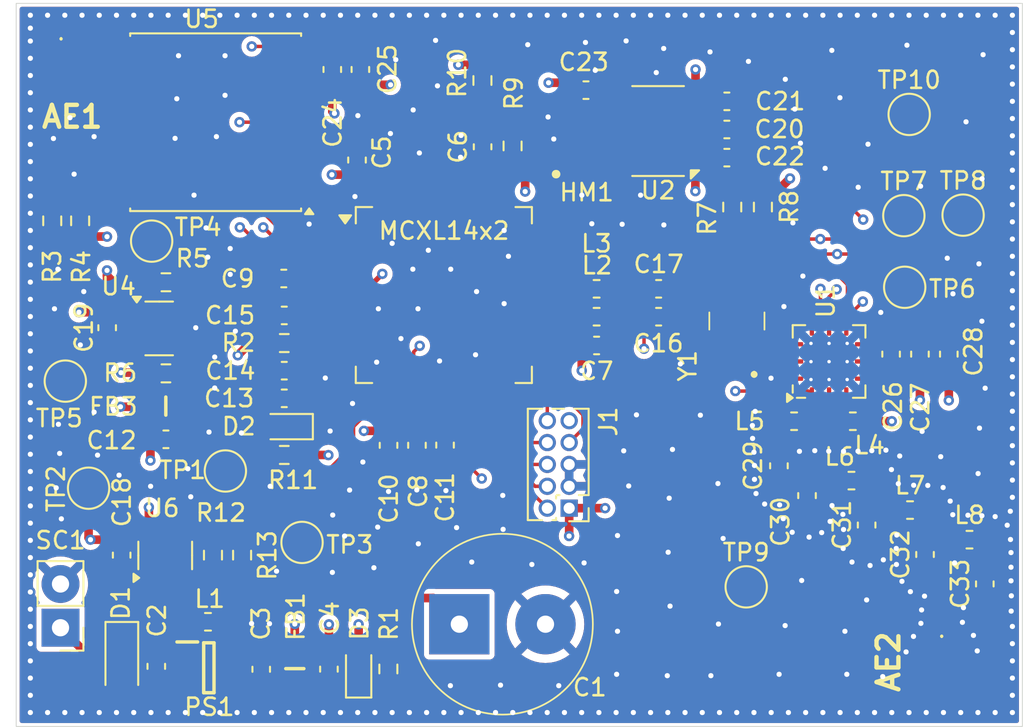
<source format=kicad_pcb>
(kicad_pcb (version 20240108) (generator "pcbnew") (generator_version "8.0")
  (layers (0 "F.Cu" signal "F.Signal") (1 "In1.Cu" power "In1.GND") (2 "In2.Cu" power "In2.Power") (31 "B.Cu" power "B.GND") (34 "B.Paste" user) (35 "F.Paste" user) (36 "B.SilkS" user "B.Silkscreen") (37 "F.SilkS" user "F.Silkscreen") (38 "B.Mask" user) (39 "F.Mask" user) (44 "Edge.Cuts" user))
  (net 0 "")
  (net 1 "GND")
  (net 2 "+3.3V")
  (net 3 "Net-(U2-CAP)")
  (net 4 "+U_SC")
  (net 5 "Net-(PS1-VOUT)")
  (net 6 "+3.3VA")
  (net 7 "/VDD_CORE")
  (net 8 "/VDD_CORE_1POV")
  (net 9 "Net-(U1-TX)")
  (net 10 "Net-(C32-Pad2)")
  (net 11 "Net-(AE2-A)")
  (net 12 "Net-(D1-A)")
  (net 13 "Net-(D2-A)")
  (net 14 "/LED")
  (net 17 "/SDA_SENS")
  (net 18 "/SCL_SENS")
  (net 19 "Net-(J1-Pin_4)")
  (net 20 "Net-(J1-Pin_6)")
  (net 21 "/ISP")
  (net 23 "/RESET")
  (net 24 "Net-(J1-Pin_8)")
  (net 25 "Net-(J1-Pin_2)")
  (net 26 "Net-(PS1-L)")
  (net 27 "Net-(MCXL14x2-DCDC_LX)")
  (net 28 "Net-(MCXL14x2-DCDC_LX_1P0)")
  (net 30 "/GNSS_SCL")
  (net 31 "/ADC")
  (net 33 "/nSEL")
  (net 34 "/SDA_TEMP")
  (net 35 "/SCLK")
  (net 36 "/GNSS_EXTINT")
  (net 40 "/SDN")
  (net 46 "/GNSS_RX")
  (net 47 "/MOSI")
  (net 48 "/SCL_TEMP")
  (net 51 "/nIRQ")
  (net 52 "/GNSS_TX")
  (net 54 "/MISO")
  (net 58 "/GNSS_SDA")
  (net 59 "/GNSS_RESET")
  (net 64 "Net-(U6-+)")
  (net 70 "Net-(U1-XOUT)")
  (net 72 "Net-(U1-XIN)")
  (net 81 "Net-(AE1-A)")
  (net 84 "Net-(D3-K)")
  (net 85 "Net-(C29-Pad2)")
  (net 86 "Net-(C29-Pad1)")
  (net 87 "Net-(C31-Pad2)")
  (footprint "Resistor_SMD:R_0603_1608Metric_Pad0.98x0.95mm_HandSolder" (layer "F.Cu") (at 108.87 124.26)
    (property "Reference" "R5")
    (property "Value" "10k")
  )
  (footprint "Capacitor_SMD:C_0603_1608Metric_Pad1.08x0.95mm_HandSolder" (layer "F.Cu") (at 137.4675 126.26)
    (property "Reference" "C16")
    (property "Value" "4.7u")
  )
  (footprint "Capacitor_SMD:C_0603_1608Metric_Pad1.08x0.95mm_HandSolder" (layer "F.Cu") (at 141.4275 115.385)
    (property "Reference" "C20")
    (property "Value" "100n")
  )
  (footprint "Resistor_SMD:R_0603_1608Metric_Pad0.98x0.95mm_HandSolder" (layer "F.Cu") (at 128.99 116.34 90)
    (property "Reference" "R9")
    (property "Value" "10k")
  )
  (footprint "RF_GPS:ublox_MAX" (layer "F.Cu") (at 111.7555 114.9625 180)
    (property "Reference" "U5")
    (property "Value" "MAX-M10S")
  )
  (footprint "TestPoint:TestPoint_Pad_D2.0mm" (layer "F.Cu") (at 112.32 135.22)
    (property "Reference" "TP1")
    (property "Value" "+3.3VA_TP")
  )
  (footprint "Capacitor_SMD:C_0603_1608Metric_Pad1.08x0.95mm_HandSolder" (layer "F.Cu") (at 108.31 146.5675 -90)
    (property "Reference" "C2")
    (property "Value" "10u")
  )
  (footprint "Resistor_SMD:R_0603_1608Metric_Pad0.98x0.95mm_HandSolder" (layer "F.Cu") (at 115.7375 127.79)
    (property "Reference" "R2")
    (property "Value" "10k")
  )
  (footprint "Resistor_SMD:R_0603_1608Metric_Pad0.98x0.95mm_HandSolder" (layer "F.Cu") (at 127.24 112.54 -90)
    (property "Reference" "R10")
    (property "Value" "10k")
  )
  (footprint "Resistor_SMD:R_0603_1608Metric_Pad0.98x0.95mm_HandSolder" (layer "F.Cu") (at 113.29 140.1075 -90)
    (property "Reference" "R13")
    (property "Value" "1M")
  )
  (footprint "" (layer "F.Cu") (at 148.41 128.87 -90)
    (property "Reference" "")
    (property "Value" "")
  )
  (footprint "Library:SON100P300X300X100-7N-D" (layer "F.Cu") (at 133.24 116.13 90)
    (property "Reference" "HM1")
    (property "Value" "HTU21D" (hide yes))
  )
  (footprint "Resistor_SMD:R_0603_1608Metric_Pad0.98x0.95mm_HandSolder" (layer "F.Cu") (at 102.27 120.69 90)
    (property "Reference" "R3")
    (property "Value" "10k")
  )
  (footprint "Connector_PinHeader_2.54mm:PinHeader_1x02_P2.54mm_Vertical" (layer "F.Cu") (at 102.75 144.325 180)
    (property "Reference" "SC1")
    (property "Value" "Solar_Cell")
  )
  (footprint "Inductor_SMD:L_0603_1608Metric_Pad1.05x0.95mm_HandSolder" (layer "F.Cu") (at 148.66 135.78)
    (property "Reference" "L6")
    (property "Value" "106n")
  )
  (footprint "Connector_PinHeader_1.27mm:PinHeader_2x05_P1.27mm_Vertical" (layer "F.Cu") (at 132.275 137.38 180)
    (property "Reference" "J1")
    (property "Value" "EXT_DEBUGGER")
  )
  (footprint "Capacitor_SMD:C_0603_1608Metric_Pad1.08x0.95mm_HandSolder" (layer "F.Cu") (at 123.44 133.7275 -90)
    (property "Reference" "C8")
    (property "Value" "100n")
  )
  (footprint "Inductor_SMD:L_0603_1608Metric_Pad1.05x0.95mm_HandSolder" (layer "F.Cu") (at 152.06 137.49)
    (property "Reference" "L7")
    (property "Value" "74,74n")
  )
  (footprint "Capacitor_SMD:C_0603_1608Metric_Pad1.08x0.95mm_HandSolder" (layer "F.Cu") (at 137.4675 124.64)
    (property "Reference" "C17")
    (property "Value" "4.7u")
  )
  (footprint "Capacitor_SMD:C_0603_1608Metric_Pad1.08x0.95mm_HandSolder" (layer "F.Cu") (at 114.4 146.7375 90)
    (property "Reference" "C3")
    (property "Value" "10u")
  )
  (footprint "Capacitor_SMD:C_0603_1608Metric_Pad1.08x0.95mm_HandSolder" (layer "F.Cu") (at 156.4 141.78 90)
    (property "Reference" "C33")
    (property "Value" "25p")
  )
  (footprint "" (layer "F.Cu") (at 147.36 128.87 -90)
    (property "Reference" "")
    (property "Value" "")
  )
  (footprint "Capacitor_SMD:C_0603_1608Metric_Pad1.08x0.95mm_HandSolder" (layer "F.Cu") (at 108.87 133.38)
    (property "Reference" "C12")
    (property "Value" "10u")
  )
  (footprint "Capacitor_SMD:C_0603_1608Metric_Pad1.08x0.95mm_HandSolder" (layer "F.Cu") (at 105.4575 126.9 -90)
    (property "Reference" "C19")
    (property "Value" "100n")
  )
  (footprint "Capacitor_SMD:C_0603_1608Metric_Pad1.08x0.95mm_HandSolder" (layer "F.Cu") (at 125.07 133.7175 -90)
    (property "Reference" "C11")
    (property "Value" "10u")
  )
  (footprint "TestPoint:TestPoint_Pad_D2.0mm" (layer "F.Cu") (at 155.14 120.36)
    (property "Reference" "TP8")
    (property "Value" "MISO")
  )
  (footprint "TestPoint:TestPoint_Pad_D2.0mm" (layer "F.Cu") (at 142.55 141.95)
    (property "Reference" "TP9")
    (property "Value" "GND")
  )
  (footprint "TestPoint:TestPoint_Pad_D2.0mm" (layer "F.Cu") (at 103.03 130)
    (property "Reference" "TP5")
    (property "Value" "SCL_TEMP")
  )
  (footprint "TestPoint:TestPoint_Pad_D2.0mm" (layer "F.Cu") (at 151.7 120.39)
    (property "Reference" "TP7")
    (property "Value" "MOSI")
  )
  (footprint "Capacitor_SMD:C_0603_1608Metric_Pad1.08x0.95mm_HandSolder" (layer "F.Cu") (at 127.25 116.39 90)
    (property "Reference" "C6")
    (property "Value" "100n")
  )
  (footprint "Capacitor_SMD:C_0603_1608Metric_Pad1.08x0.95mm_HandSolder" (layer "F.Cu") (at 152.635 128.4325 90)
    (property "Reference" "C27")
    (property "Value" "100n")
  )
  (footprint "Package_QFP:LQFP-64-1EP_10x10mm_P0.5mm_EP5x5mm" (layer "F.Cu") (at 125 125)
    (property "Reference" "MCXL14x2")
    (property "Value" "~")
  )
  (footprint "TestPoint:TestPoint_Pad_D2.0mm" (layer "F.Cu") (at 108.04 121.87)
    (property "Reference" "TP4")
    (property "Value" "SDA_TEMP")
  )
  (footprint "Capacitor_SMD:C_0603_1608Metric_Pad1.08x0.95mm_HandSolder" (layer "F.Cu") (at 115.7375 131)
    (property "Reference" "C13")
    (property "Value" "10u")
  )
  (footprint "Inductor_SMD:L_0603_1608Metric_Pad1.05x0.95mm_HandSolder" (layer "F.Cu") (at 148.74 132.33 180)
    (property "Reference" "L4")
    (property "Value" "552n")
  )
  (footprint "Package_TO_SOT_SMD:SOT-23-5" (layer "F.Cu") (at 108.4775 126.94)
    (property "Reference" "U4")
    (property "Value" "MCP9802")
  )
  (footprint "Capacitor_SMD:C_0603_1608Metric_Pad1.08x0.95mm_HandSolder" (layer "F.Cu") (at 133.25 113.1)
    (property "Reference" "C23")
    (property "Value" "100n")
  )
  (footprint "Capacitor_SMD:C_0603_1608Metric_Pad1.08x0.95mm_HandSolder" (layer "F.Cu") (at 115.7375 129.395 180)
    (property "Reference" "C14")
    (property "Value" "100n")
  )
  (footprint "Capacitor_SMD:C_0603_1608Metric_Pad1.08x0.95mm_HandSolder" (layer "F.Cu") (at 150.96 128.4325 90)
    (property "Reference" "C26")
    (property "Value" "100p")
  )
  (footprint "Capacitor_SMD:C_0603_1608Metric_Pad1.08x0.95mm_HandSolder" (layer "F.Cu") (at 119.96 117.16 90)
    (property "Reference" "C5")
    (property "Value" "100n")
  )
  (footprint "Library:RECE20369001E01" (layer "F.Cu") (at 153.897 146.37 -90)
    (property "Reference" "AE2")
    (property "Value" "Antenna" (hide yes))
  )
  (footprint "Package_TO_SOT_SMD:SOT-23-5" (layer "F.Cu") (at 108.8275 140.1275 90)
    (property "Reference" "U6")
    (property "Value" "OPA333xxDBV")
  )
  (footprint "TestPoint:TestPoint_Pad_D2.0mm" (layer "F.Cu") (at 151.75 124.55)
    (property "Reference" "TP6")
    (property "Value" "SCLK")
  )
  (footprint "Resistor_SMD:R_0603_1608Metric_Pad0.98x0.95mm_HandSolder" (layer "F.Cu") (at 141.74 119.89 -90)
    (property "Reference" "R7")
    (property "Value" "10k")
  )
  (footprint "Capacitor_SMD:C_0603_1608Metric_Pad1.08x0.95mm_HandSolder" (layer "F.Cu") (at 118.5255 111.9 90)
    (property "Reference" "C24")
    (property "Value" "100n")
  )
  (footprint "Library:BLM21AG102BH1J" (layer "F.Cu") (at 116.35 146.7 90)
    (property "Reference" "FB1")
    (property "Value" "FerriteBead" (hide yes))
  )
  (footprint "Capacitor_SMD:C_0603_1608Metric_Pad1.08x0.95mm_HandSolder" (layer "F.Cu") (at 149.54 138.36 90)
    (property "Reference" "C31")
    (property "Value" "25p")
  )
  (footprint "Capacitor_SMD:C_0603_1608Metric_Pad1.08x0.95mm_HandSolder" (layer "F.Cu") (at 144.45 134.92 -90)
    (property "Reference" "C29")
    (property "Value" "100p")
  )
  (footprint "Resistor_SMD:R_0603_1608Metric_Pad0.98x0.95mm_HandSolder" (layer "F.Cu") (at 108.87 129.55)
    (property "Reference" "R6")
    (property "Value" "10k")
  )
  (footprint "TestPoint:TestPoint_Pad_D2.0mm" (layer "F.Cu") (at 152.01 114.51)
    (property "Reference" "TP10")
    (property "Value" "GND")
  )
  (footprint "Resistor_SMD:R_0603_1608Metric_Pad0.98x0.95mm_HandSolder" (layer "F.Cu") (at 103.89 120.69 90)
    (property "Reference" "R4")
    (property "Value" "10k")
  )
  (footprint "Capacitor_SMD:C_0603_1608Metric_Pad1.08x0.95mm_HandSolder" (layer "F.Cu") (at 146.08 136.65 90)
    (property "Reference" "C30")
    (property "Value" "14,35p")
  )
  (footprint "Inductor_SMD:L_0603_1608Metric_Pad1.05x0.95mm_HandSolder" (layer "F.Cu") (at 111.31 143.98)
    (property "Reference" "L1")
    (property "Value" "4.7u")
  )
  (footprint "Capacitor_SMD:C_0603_1608Metric_Pad1.08x0.95mm_HandSolder" (layer "F.Cu") (at 115.71 124.04 180)
    (property "Reference" "C9")
    (property "Value" "100n")
  )
  (footprint "Resistor_SMD:R_0603_1608Metric_Pad0.98x0.95mm_HandSolder" (layer "F.Cu") (at 111.6 140.1075 90)
    (property "Reference" "R12")
    (property "Value" "1M")
  )
  (footprint "LED_SMD:LED_0603_1608Metric_Pad1.05x0.95mm_HandSolder" (layer "F.Cu") (at 120.055 146.72 90)
    (property "Reference" "D3")
    (property "Value" "LED")
  )
  (footprint "Diode_SMD:Nexperia_CFP3_SOD-123W" (layer "F.Cu") (at 106.31 146.25 -90)
    (property "Reference" "D1")
    (property "Value" "D_Schottky")
  )
  (footprint "Resistor_SMD:R_0603_1608Metric_Pad0.98x0.95mm_HandSolder" (layer "F.Cu") (at 121.78 146.72 -90)
    (property "Reference" "R1")
    (property "Value" "1k")
  )
  (footprint "TestPoint:TestPoint_Pad_D2.0mm" (layer "F.Cu") (at 104.38 136.22)
    (property "Reference" "TP2")
    (property "Value" "+3.3V_TP")
  )
  (footprint "Inductor_SMD:L_0603_1608Metric_Pad1.05x0.95mm_HandSolder" (layer "F.Cu") (at 145.33 132.33 180)
    (property "Reference" "L5")
    (property "Value" "12n")
  )
  (footprint "Inductor_SMD:L_0603_1608Metric_Pad1.05x0.95mm_HandSolder" (layer "F.Cu") (at 155.51 139.21)
    (property "Reference" "L8")
    (property "Value" "74,74n")
  )
  (footprint "TestPoint:TestPoint_Pad_D2.0mm" (layer "F.Cu") (at 116.77 139.37)
    (property "Reference" "TP3")
    (property "Value" "ADC")
  )
  (footprint "Library:BLM21AG102BH1J" (layer "F.Cu") (at 108.8625 131.45)
    (property "Reference" "FB3")
    (property "Value" "FerriteBead" (hide yes))
  )
  (footprint "Capacitor_SMD:C_0603_1608Metric_Pad1.08x0.95mm_HandSolder" (layer "F.Cu") (at 133.8675 127.93)
    (property "Reference" "C7")
    (property "Value" "100n")
  )
  (footprint "Capacitor_SMD:C_0603_1608Metric_Pad1.08x0.95mm_HandSolder" (layer "F.Cu") (at 106.3 140.1075 -90)
    (property "Reference" "C18")
    (property "Value" "100n")
  )
  (footprint "Library:Supercap_7.5mm" (layer "F.Cu") (at 128.4 144.12)
    (property "Reference" "C1")
    (property "Value" "10 F")
  )
  (footprint "Capacitor_SMD:C_0603_1608Metric_Pad1.08x0.95mm_HandSolder" (layer "F.Cu") (at 141.4275 117.02)
    (property "Reference" "C22")
    (property "Value" "10u")
  )
  (footprint "Library:RECE20369001E01" (layer "F.Cu") (at 102.7825 111.67 -90)
    (property "Reference" "AE1")
    (property "Value" "Antenna" (hide yes))
  )
  (footprint "" (layer "F.Cu") (at 147.36 129.91 -90)
    (property "Reference" "")
    (property "Value" "")
  )
  (footprint "Inductor_SMD:L_0603_1608Metric_Pad1.05x0.95mm_HandSolder" (layer "F.Cu") (at 133.8675 124.64)
    (property "Reference" "L3")
    (property "Value" "4.7u")
  )
  (footprint "Capacitor_SMD:C_0603_1608Metric_Pad1.08x0.95mm_HandSolder" (layer "F.Cu") (at 115.7375 126.185 180)
    (property "Reference" "C15")
    (property "Value" "100n")
  )
  (footprint "Library:ECS3002030BDUTR" (layer "F.Cu") (at 142.01 126.51 90)
    (property "Reference" "Y1")
    (property "Value" "30M" (hide yes))
  )
  (footprint "Package_DFN_QFN:QFN-20-1EP_4x4mm_P0.5mm_EP2.6x2.6mm_ThermalVias" (layer "F.Cu") (at 147.36 128.86 90)
    (property "Reference" "U1")
    (property "Value" "Si4461")
  )
  (footprint "LED_SMD:LED_0603_1608Metric_Pad1.05x0.95mm_HandSolder" (layer "F.Cu") (at 115.7375 132.645 180)
    (property "Reference" "D2")
    (property "Value" "LED")
  )
  (footprint "Resistor_SMD:R_0603_1608Metric_Pad0.98x0.95mm_HandSolder" (layer "F.Cu") (at 115.7375 134.29 180)
    (property "Reference" "R11")
    (property "Value" "300")
  )
  (footprint "Capacitor_SMD:C_0603_1608Metric_Pad1.08x0.95mm_HandSolder" (layer "F.Cu") (at 141.4275 113.75)
    (property "Reference" "C21")
    (property "Value" "100n")
  )
  (footprint "Capacitor_SMD:C_0603_1608Metric_Pad1.08x0.95mm_HandSolder" (layer "F.Cu") (at 154.31 128.4325 90)
    (property "Reference" "C28")
    (property "Value" "1u")
  )
  (footprint "Resistor_SMD:R_0603_1608Metric_Pad0.98x0.95mm_HandSolder" (layer "F.Cu") (at 143.52 119.89 -90)
    (property "Reference" "R8")
    (property "Value" "10k")
  )
  (footprint "Library:SOT95P280X145-5N" (layer "F.Cu") (at 111.36 146.65)
    (property "Reference" "PS1")
    (property "Value" "TPS61097A-33DBVR" (hide yes))
  )
  (footprint "" (layer "F.Cu") (at 146.31 128.87 -90)
    (property "Reference" "")
    (property "Value" "")
  )
  (footprint "Capacitor_SMD:C_0603_1608Metric_Pad1.08x0.95mm_HandSolder" (layer "F.Cu") (at 118.33 146.73 -90)
    (property "Reference" "C4")
    (property "Value" "10u")
  )
  (footprint "Capacitor_SMD:C_0603_1608Metric_Pad1.08x0.95mm_HandSolder" (layer "F.Cu") (at 120.1555 111.9 90)
    (property "Reference" "C25")
    (property "Value" "100n")
  )
  (footprint "Package_LGA:NXP_LGA-8_3x5mm_P1.25mm_H1.1mm" (layer "F.Cu") (at 137.435 115.475 180)
    (property "Reference" "U2")
    (property "Value" "MPL3115A2")
  )
  (footprint "Inductor_SMD:L_0603_1608Metric_Pad1.05x0.95mm_HandSolder" (layer "F.Cu") (at 133.8675 126.26)
    (property "Reference" "L2")
    (property "Value" "4.7u")
  )
  (footprint "" (layer "F.Cu") (at 147.36 127.81 -90)
    (property "Reference" "")
    (property "Value" "")
  )
  (footprint "Capacitor_SMD:C_0603_1608Metric_Pad1.08x0.95mm_HandSolder" (layer "F.Cu") (at 121.79 133.73 -90)
    (property "Reference" "C10")
    (property "Value" "100n")
  )
  (footprint "Capacitor_SMD:C_0603_1608Metric_Pad1.08x0.95mm_HandSolder" (layer "F.Cu") (at 152.93 140.07 90)
    (property "Reference" "C32")
    (property "Value" "43,06p")
  )
  (gr_rect (start 100.18 108.06) (end 158.58 150.06) (stroke (width 0.05)) (fill none) (layer "Edge.Cuts"))
  (segment (start 109.09 146.65) (end 108.31 147.43) (width 0.25) (layer "F.Cu") (net 1))
  (segment (start 128.75 129.832236) (end 128.75 130.675) (width 0.25) (layer "F.Cu") (net 1))
  (segment (start 116.6 131) (end 116.94 131) (width 0.25) (layer "F.Cu") (net 1))
  (segment (start 119.325 127.75) (end 120.167764 127.75) (width 0.25) (layer "F.Cu") (net 1))
  (segment (start 130.675 125.75) (end 128.75 125.75) (width 0.25) (layer "F.Cu") (net 1))
  (segment (start 130.675 128.75) (end 130.675 128.25) (width 0.25) (layer "F.Cu") (net 1))
  (segment (start 121.1 128.682236) (end 121.1 128.9) (width 0.25) (layer "F.Cu") (net 1))
  (segment (start 120.167764 127.75) (end 121.1 128.682236) (width 0.25) (layer "F.Cu") (net 1))
  (segment (start 134.1125 113.1) (end 134.1125 112.2725) (width 0.25) (layer "F.Cu") (net 1))
  (segment (start 137.33 113.595) (end 137.33 112.08) (width 0.25) (layer "F.Cu") (net 1))
  (segment (start 129.25 124.75) (end 128.5 125.5) (width 0.25) (layer "F.Cu") (net 1))
  (segment (start 128.5 126.917764) (end 128.5 125.5) (width 0.25) (layer "F.Cu") (net 1))
  (segment (start 144.96026 128.86) (end 145.435 128.86) (width 0.25) (layer "F.Cu") (net 1))
  (segment (start 127.387764 128.47) (end 128.75 129.832236) (width 0.25) (layer "F.Cu") (net 1))
  (segment (start 130.675 128.25) (end 129.832236 128.25) (width 0.25) (layer "F.Cu") (net 1))
  (segment (start 134.1125 112.2725) (end 133.79 111.95) (width 0.25) (layer "F.Cu") (net 1))
  (segment (start 116.94 131) (end 118.12 129.82) (width 0.25) (layer "F.Cu") (net 1))
  (segment (start 143.73 124.66) (end 144.74 125.67) (width 0.25) (layer "F.Cu") (net 1))
  (segment (start 143.11 124.66) (end 143.73 124.66) (width 0.25) (layer "F.Cu") (net 1))
  (segment (start 110.11 146.65) (end 109.09 146.65) (width 0.25) (layer "F.Cu") (net 1))
  (segment (start 123.75 129.832236) (end 123.75 130.675) (width 0.25) (layer "F.Cu") (net 1))
  (segment (start 143.99 129.83026) (end 144.96026 128.86) (width 0.25) (layer "F.Cu") (net 1))
  (segment (start 138.585 114.85) (end 137.33 113.595) (width 0.25) (layer "F.Cu") (net 1))
  (segment (start 129.832236 128.25) (end 128.5 126.917764) (width 0.25) (layer "F.Cu") (net 1))
  (segment (start 128.75 125.75) (end 128.5 125.5) (width 0.25) (layer "F.Cu") (net 1))
  (segment (start 124.751118 128.831118) (end 123.75 129.832236) (width 0.25) (layer "F.Cu") (net 1))
  (segment (start 126.84 128.47) (end 127.387764 128.47) (width 0.25) (layer "F.Cu") (net 1))
  (segment (start 130.675 124.75) (end 129.25 124.75) (width 0.25) (layer "F.Cu") (net 1))
  (via (at 129.87 110.46) (size 0.6) (drill 0.3) (layers "F.Cu" "B.Cu") (net 1))
  (via (at 121.79 136.41) (size 0.6) (drill 0.3) (layers "F.Cu" "B.Cu") (net 1))
  (via (at 147.99 113.54) (size 0.6) (drill 0.3) (layers "F.Cu" "B.Cu") (net 1))
  (via (at 101 119.25) (size 0.6) (drill 0.3) (layers "F.Cu" "B.Cu") (net 1))
  (via (at 158 132.75) (size 0.6) (drill 0.3) (layers "F.Cu" "B.Cu") (net 1))
  (via (at 146.2 139.06) (size 0.6) (drill 0.3) (layers "F.Cu" "B.Cu") (net 1))
  (via (at 128.42 136.64) (size 0.6) (drill 0.3) (layers "F.Cu" "B.Cu") (net 1))
  (via (at 123.43 136.32) (size 0.6) (drill 0.3) (layers "F.Cu" "B.Cu") (net 1))
  (via (at 122 108.75) (size 0.6) (drill 0.3) (layers "F.Cu" "B.Cu") (net 1))
  (via (at 101 112.25) (size 0.6) (drill 0.3) (layers "F.Cu" "B.Cu") (net 1))
  (via (at 119 108.75) (size 0.6) (drill 0.3) (layers "F.Cu" "B.Cu") (net 1))
  (via (at 109.6 111.1) (size 0.6) (drill 0.3) (layers "F.Cu" "B.Cu") (net 1))
  (via (at 102.8 138) (size 0.6) (drill 0.3) (layers "F.Cu" "B.Cu") (net 1))
  (via (at 102.63 132.51) (size 0.6) (drill 0.3) (layers "F.Cu" "B.Cu") (net 1))
  (via (at 152.27 136.05) (size 0.6) (drill 0.3) (layers "F.Cu" "B.Cu") (net 1))
  (via (at 104 149.25) (size 0.6) (drill 0.3) (layers "F.Cu" "B.Cu") (net 1))
  (via (at 102.6 123.5) (size 0.6) (drill 0.3) (layers "F.Cu" "B.Cu") (net 1))
  (via (at 145 149.25) (size 0.6) (drill 0.3) (layers "F.Cu" "B.Cu") (net 1))
  (via (at 150 149.25) (size 0.6) (drill 0.3) (layers "F.Cu" "B.Cu") (net 1))
  (via (at 150.66 134.01) (size 0.6) (drill 0.3) (layers "F.Cu" "B.Cu") (net 1))
  (via (at 152.9 142.49) (size 0.6) (drill 0.3) (layers "F.Cu" "B.Cu") (net 1))
  (via (at 157.92 140.81) (size 0.6) (drill 0.3) (layers "F.Cu" "B.Cu") (net 1))
  (via (at 148.28 144.53) (size 0.6) (drill 0.3) (layers "F.Cu" "B.Cu") (net 1))
  (via (at 121.16 138.48) (size 0.6) (drill 0.3) (layers "F.Cu" "B.Cu") (net 1))
  (via (at 125.12 136.36) (size 0.6) (drill 0.3) (layers "F.Cu" "B.Cu") (net 1))
  (via (at 133.22 110.33) (size 0.6) (drill 0.3) (layers "F.Cu" "B.Cu") (net 1))
  (via (at 114 108.75) (size 0.6) (drill 0.3) (layers "F.Cu" "B.Cu") (net 1))
  (via (at 135.03 142.22) (size 0.6) (drill 0.3) (layers "F.Cu" "B.Cu") (net 1))
  (via (at 121.9 115.62) (size 0.6) (drill 0.3) (layers "F.Cu" "B.Cu") (net 1))
  (via (at 124.52 110.21) (size 0.6) (drill 0.3) (layers "F.Cu" "B.Cu") (net 1))
  (via (at 145.84 123.9) (size 0.6) (drill 0.3) (layers "F.Cu" "B.Cu") (net 1))
  (via (at 151.26 139.72) (size 0.6) (drill 0.3) (layers "F.Cu" "B.Cu") (net 1))
  (via (at 149 149.25) (size 0.6) (drill 0.3) (layers "F.Cu" "B.Cu") (net 1))
  (via (at 120 108.75) (size 0.6) (drill 0.3) (layers "F.Cu" "B.Cu") (net 1))
  (via (at 135.44 134.05) (size 0.6) (drill 0.3) (layers "F.Cu" "B.Cu") (net 1))
  (via (at 137.76 110.68) (size 0.6) (drill 0.3) (layers "F.Cu" "B.Cu") (net 1))
  (via (at 144 108.75) (size 0.6) (drill 0.3) (layers "F.Cu" "B.Cu") (net 1))
  (via (at 105 149.25) (size 0.6) (drill 0.3) (layers "F.Cu" "B.Cu") (net 1))
  (via (at 155 108.75) (size 0.6) (drill 0.3) (layers "F.Cu" "B.Cu") (net 1))
  (via (at 112.6 123.8) (size 0.6) (drill 0.3) (layers "F.Cu" "B.Cu") (net 1))
  (via (at 156.23 137.82) (size 0.6) (drill 0.3) (layers "F.Cu" "B.Cu") (net 1))
  (via (at 158 109.75) (size 0.6) (drill 0.3) (layers "F.Cu" "B.Cu") (net 1))
  (via (at 152.67 118.68) (size 0.6) (drill 0.3) (layers "F.Cu" "B.Cu") (net 1))
  (via (at 101 136.25) (size 0.6) (drill 0.3) (layers "F.Cu" "B.Cu") (net 1))
  (via (at 143 149.25) (size 0.6) (drill 0.3) (layers "F.Cu" "B.Cu") (net 1))
  (via (at 156.09 132.73) (size 0.6) (drill 0.3) (layers "F.Cu" "B.Cu") (net 1))
  (via (at 147.13 117.64) (size 0.6) (drill 0.3) (layers "F.Cu" "B.Cu") (net 1))
  (via (at 143 108.75) (size 0.6) (drill 0.3) (layers "F.Cu" "B.Cu") (net 1))
  (via (at 122 149.25) (size 0.6) (drill 0.3) (layers "F.Cu" "B.Cu") (net 1))
  (via (at 130 149.25) (size 0.6) (drill 0.3) (layers "F.Cu" "B.Cu") (net 1))
  (via (at 114.92 136.11) (size 0.6) (drill 0.3) (layers "F.Cu" "B.Cu") (net 1))
  (via (at 135.73 136.09) (size 0.6) (drill 0.3) (layers "F.Cu" "B.Cu") (net 1))
  (via (at 112.3 111.1) (size 0.6) (drill 0.3) (layers "F.Cu" "B.Cu") (net 1))
  (via (at 123.5 125.8) (size 0.6) (drill 0.3) (layers "F.Cu" "B.Cu") (net 1))
  (via (at 143.03 135.71) (size 0.6) (drill 0.3) (layers "F.Cu" "B.Cu") (net 1))
  (via (at 130.11 140.65) (size 0.6) (drill 0.3) (layers "F.Cu" "B.Cu") (net 1))
  (via (at 157.7 138.37) (size 0.6) (drill 0.3) (layers "F.Cu" "B.Cu") (net 1))
  (via (at 144.74 125.67) (size 0.6) (drill 0.3) (layers "F.Cu" "B.Cu") (net 1))
  (via (at 152.76 132.92) (size 0.6) (drill 0.3) (layers "F.Cu" "B.Cu") (net 1))
  (via (at 108 108.75) (size 0.6) (drill 0.3) (layers "F.Cu" "B.Cu") (net 1))
  (via (at 149.54 142.71) (size 0.6) (drill 0.3) (layers "F.Cu" "B.Cu") (net 1))
  (via (at 101 130.25) (size 0.6) (drill 0.3) (layers "F.Cu" "B.Cu") (net 1))
  (via (at 125 108.75) (size 0.6) (drill 0.3) (layers "F.Cu" "B.Cu") (net 1))
  (via (at 158 145.25) (size 0.6) (drill 0.3) (layers "F.Cu" "B.Cu") (net 1))
  (via (at 158 134.75) (size 0.6) (drill 0.3) (layers "F.Cu" "B.Cu") (net 1))
  (via (at 158 135.75) (size 0.6) (drill 0.3) (layers "F.Cu" "B.Cu") (net 1))
  (via (at 158 121.75) (size 0.6) (drill 0.3) (layers "F.Cu" "B.Cu") (net 1))
  (via (at 150.98 135.14) (size 0.6) (drill 0.3) (layers "F.Cu" "B.Cu") (net 1))
  (via (at 158 118.75) (size 0.6) (drill 0.3) (layers "F.Cu" "B.Cu") (net 1))
  (via (at 151 149.25) (size 0.6) (drill 0.3) (layers "F.Cu" "B.Cu") (net 1))
  (via (at 158 115.75) (size 0.6) (drill 0.3) (layers "F.Cu" "B.Cu") (net 1))
  (via (at 145 108.75) (size 0.6) (drill 0.3) (layers "F.Cu" "B.Cu") (net 1))
  (via (at 128.44 138.61) (size 0.6) (drill 0.3) (layers "F.Cu" "B.Cu") (net 1))
  (via (at 139 149.25) (size 0.6) (drill 0.3) (layers "F.Cu" "B.Cu") (net 1))
  (via (at 148.18 139.72) (size 0.6) (drill 0.3) (layers "F.Cu" "B.Cu") (net 1))
  (via (at 101 128.25) (size 0.6) (drill 0.3) (layers "F.Cu" "B.Cu") (net 1))
  (via (at 118.12 129.82) (size 0.6) (drill 0.3) (layers "F.Cu" "B.Cu") (net 1))
  (via (at 124.751118 128.831118) (size 0.6) (drill 0.3) (layers "F.Cu" "B.Cu") (net 1))
  (via (at 154.55 124.93) (size 0.6) (drill 0.3) (layers "F.Cu" "B.Cu") (net 1))
  (via (at 101 127.25) (size 0.6) (drill 0.3) (layers "F.Cu" "B.Cu") (net 1))
  (via (at 146.93 138.8) (size 0.6) (drill 0.3) (layers "F.Cu" "B.Cu") (net 1))
  (via (at 101 132.25) (size 0.6) (drill 0.3) (layers "F.Cu" "B.Cu") (net 1))
  (via (at 158 112.75) (size 0.6) (drill 0.3) (layers "F.Cu" "B.Cu") (net 1))
  (via (at 109 149.25) (size 0.6) (drill 0.3) (layers "F.Cu" "B.Cu") (net 1))
  (via (at 113 108.75) (size 0.6) (drill 0.3) (layers "F.Cu" "B.Cu") (net 1))
  (via (at 101 139.25) (size 0.6) (drill 0.3) (layers "F.Cu" "B.Cu") (net 1))
  (via (at 145.77 141.58) (size 0.6) (drill 0.3) (layers "F.Cu" "B.Cu") (net 1))
  (via (at 140 108.75) (size 0.6) (drill 0.3) (layers "F.Cu" "B.Cu") (net 1))
  (via (at 157.94 142.47) (size 0.6) (drill 0.3) (layers "F.Cu" "B.Cu") (net 1))
  (via (at 123 108.75) (size 0.6) (drill 0.3) (layers "F.Cu" "B.Cu") (net 1))
  (via (at 142.92 133.33) (size 0.6) (drill 0.3) (layers "F.Cu" "B.Cu") (net 1))
  (via (at 140.45 110.88) (size 0.6) (drill 0.3) (layers "F.Cu" "B.Cu") (net 1))
  (via (at 157.93 143.36) (size 0.6) (drill 0.3) (layers "F.Cu" "B.Cu") (net 1))
  (via (at 143.62 137.14) (size 0.6) (drill 0.3) (layers "F.Cu" "B.Cu") (net 1))
  (via (at 139 108.75) (size 0.6) (drill 0.3) (layers "F.Cu" "B.Cu") (net 1))
  (via (at 110 108.75) (size 0.6) (drill 0.3) (layers "F.Cu" "B.Cu") (net 1))
  (via (at 137 149.25) (size 0.6) (drill 0.3) (layers "F.Cu" "B.Cu") (net 1))
  (via (at 122.51 127.53) (size 0.6) (drill 0.3) (layers "F.Cu" "B.Cu") (net 1))
  (via (at 124 149.25) (size 0.6) (drill 0.3) (layers "F.Cu" "B.Cu") (net 1))
  (via (at 118 108.75) (size 0.6) (drill 0.3) (layers "F.Cu" "B.Cu") (net 1))
  (via (at 128 108.75) (size 0.6) (drill 0.3) (layers "F.Cu" "B.Cu") (net 1))
  (via (at 153 108.75) (size 0.6) (drill 0.3) (layers "F.Cu" "B.Cu") (net 1))
  (via (at 155 149.25) (size 0.6) (drill 0.3) (layers "F.Cu" "B.Cu") (net 1))
  (via (at 102.7 134.2) (size 0.6) (drill 0.3) (layers "F.Cu" "B.Cu") (net 1))
  (via (at 101 108.75) (size 0.6) (drill 0.3) (layers "F.Cu" "B.Cu") (net 1))
  (via (at 111.8 115.8) (size 0.6) (drill 0.3) (layers "F.Cu" "B.Cu") (net 1))
  (via (at 136 149.25) (size 0.6) (drill 0.3) (layers "F.Cu" "B.Cu") (net 1))
  (via (at 137.97 147.11) (size 0.6) (drill 0.3) (layers "F.Cu" "B.Cu") (net 1))
  (via (at 108 149.25) (size 0.6) (drill 0.3) (layers "F.Cu" "B.Cu") (net 1))
  (via (at 114.88 144.09) (size 0.6) (drill 0.3) (layers "F.Cu" "B.Cu") (net 1))
  (via (at 151.27 140.65) (size 0.6) (drill 0.3) (layers "F.Cu" "B.Cu") (net 1))
  (via (at 115 108.75) (size 0.6) (drill 0.3) (layers "F.Cu" "B.Cu") (net 1))
  (via (at 127 108.75) (size 0.6) (drill 0.3) (layers "F.Cu" "B.Cu") (net 1))
  (via (at 158 122.75) (size 0.6) (drill 0.3) (layers "F.Cu" "B.Cu") (net 1))
  (via (at 155.42 137.79) (size 0.6) (drill 0.3) (layers "F.Cu" "B.Cu") (net 1))
  (via (at 131.67 147.69) (size 0.6) (drill 0.3) (layers "F.Cu" "B.Cu") (net 1))
  (via (at 156.01 135.37) (size 0.6) (drill 0.3) (layers "F.Cu" "B.Cu") (net 1))
  (via (at 158 127.75) (size 0.6) (drill 0.3) (layers "F.Cu" "B.Cu") (net 1))
  (via (at 149.05 118.74) (size 0.6) (drill 0.3) (layers "F.Cu" "B.Cu") (net 1))
  (via (at 153.98 136.18) (size 0.6) (drill 0.3) (layers "F.Cu" "B.Cu") (net 1))
  (via (at 146 108.75) (size 0.6) (drill 0.3) (layers "F.Cu" "B.Cu") (net 1))
  (via (at 110 149.25) (size 0.6) (drill 0.3) (layers "F.Cu" "B.Cu") (net 1))
  (via (at 113.25 133.01) (size 0.6) (drill 0.3) (layers "F.Cu" "B.Cu") (net 1))
  (via (at 158 123.75) (size 0.6) (drill 0.3) (layers "F.Cu" "B.Cu") (net 1))
  (via (at 119.53 136.33) (size 0.6) (drill 0.3) (layers "F.Cu" "B.Cu") (net 1))
  (via (at 109 108.75) (size 0.6) (drill 0.3) (layers "F.Cu" "B.Cu") (net 1))
  (via (at 158 128.75) (size 0.6) (drill 0.3) (layers "F.Cu" "B.Cu") (net 1))
  (via (at 134 108.75) (size 0.6) (drill 0.3) (layers "F.Cu" "B.Cu") (net 1))
  (via (at 134 149.25) (size 0.6) (drill 0.3) (layers "F.Cu" "B.Cu") (net 1))
  (via (at 131.38 115.94) (size 0.6) (drill 0.3) (layers "F.Cu" "B.Cu") (net 1))
  (via (at 137.77 120.93) (size 0.6) (drill 0.3) (layers "F.Cu" "B.Cu") (net 1))
  (via (at 104 108.75) (size 0.6) (drill 0.3) (layers "F.Cu" "B.Cu") (net 1))
  (via (at 147 108.75) (size 0.6) (drill 0.3) (layers "F.Cu" "B.Cu") (net 1))
  (via (at 154.39 136.97) (size 0.6) (drill 0.3) (layers "F.Cu" "B.Cu") (net 1))
  (via (at 102.4 125.8) (size 0.6) (drill 0.3) (layers "F.Cu" "B.Cu") (net 1))
  (via (at 126 115.73) (size 0.6) (drill 0.3) (layers "F.Cu" "B.Cu") (net 1))
  (via (at 103 149.25) (size 0.6) (drill 0.3) (layers "F.Cu" "B.Cu") (net 1))
  (via (at 155.31 114.94) (size 0.6) (drill 0.3) (layers "F.Cu" "B.Cu") (net 1))
  (via (at 135.08 138.97) (size 0.6) (drill 0.3) (layers "F.Cu" "B.Cu") (net 1))
  (via (at 158 120.75) (size 0.6) (drill 0.3) (layers "F.Cu" "B.Cu") (net 1))
  (via (at 143.07 131.76) (size 0.6) (drill 0.3) (layers "F.Cu" "B.Cu") (net 1))
  (via (at 101 126.25) (size 0.6) (drill 0.3) (layers "F.Cu" "B.Cu") (net 1))
  (via (at 143 134.13) (size 0.6) (drill 0.3) (layers "F.Cu" "B.Cu") (net 1))
  (via (at 158 116.75) (size 0.6) (drill 0.3) (layers "F.Cu" "B.Cu") (net 1))
  (via (at 123.52 139.45) (size 0.6) (drill 0.3) (layers "F.Cu" "B.Cu") (net 1))
  (via (at 135 108.75) (size 0.6) (drill 0.3) (layers "F.Cu" "B.Cu") (net 1))
  (via (at 128.75 122.75) (size 0.6) (drill 0.3) (layers "F.Cu" "B.Cu") (net 1))
  (via (at 137 108.75) (size 0.6) (drill 0.3) (layers "F.Cu" "B.Cu") (net 1))
  (via (at 140.5 147.11) (size 0.6) (drill 0.3) (layers "F.Cu" "B.Cu") (net 1))
  (via (at 110.31 136.72) (size 0.6) (drill 0.3) (layers "F.Cu" "B.Cu") (net 1))
  (via (at 141 149.25) (size 0.6) (drill 0.3) (layers "F.Cu" "B.Cu") (net 1))
  (via (at 110.6 126.9) (size 0.6) (drill 0.3) (layers "F.Cu" "B.Cu") (net 1))
  (via (at 135.03 147.03) (size 0.6) (drill 0.3) (layers "F.Cu" "B.Cu") (net 1))
  (via (at 104.9 134.3) (size 0.6) (drill 0.3) (layers "F.Cu" "B.Cu") (net 1))
  (via (at 111.7 128.6) (size 0.6) (drill 0.3) (layers "F.Cu" "B.Cu") (net 1))
  (via (at 133 149.25) (size 0.6) (drill 0.3) (layers "F.Cu" "B.Cu") (net 1))
  (via (at 151.59 141.63) (size 0.6) (drill 0.3) (layers "F.Cu" "B.Cu") (net 1))
  (via (at 144 149.25) (size 0.6) (drill 0.3) (layers "F.Cu" "B.Cu") (net 1))
  (via (at 117 108.75) (size 0.6) (drill 0.3) (layers "F.Cu" "B.Cu") (net 1))
  (via (at 118.4 132.9) (size 0.6) (drill 0.3) (layers "F.Cu" "B.Cu") (net 1))
  (via (at 127 149.25) (size 0.6) (drill 0.3) (layers "F.Cu" "B.Cu") (net 1))
  (via (at 158 119.75) (size 0.6) (drill 0.3) (layers "F.Cu" "B.Cu") (net 1))
  (via (at 112.9 127.1) (size 0.6) (drill 0.3) (layers "F.Cu" "B.Cu") (net 1))
  (via (at 107.98 136.11) (size 0.6) (drill 0.3) (layers "F.Cu" "B.Cu") (net 1))
  (via (at 111 149.25) (size 0.6) (drill 0.3) (layers "F.Cu" "B.Cu") (net 1))
  (via (at 139.89 131.98) (size 0.6) (drill 0.3) (layers "F.Cu" "B.Cu") (net 1))
  (via (at 151.88 110.49) (size 0.6) (drill 0.3) (layers "F.Cu" "B.Cu") (net 1))
  (via (at 105 108.75) (size 0.6) (drill 0.3) (layers "F.Cu" "B.Cu") (net 1))
  (via (at 101 121.25) (size 0.6) (drill 0.3) (layers "F.Cu" "B.Cu") (net 1))
  (via (at 158 114.75) (size 0.6) (drill 0.3) (layers "F.Cu" "B.Cu") (net 1))
  (via (at 101 123.25) (size 0.6) (drill 0.3) (layers "F.Cu" "B.Cu") (net 1))
  (via (at 151.83 145.73) (size 0.6) (drill 0.3) (layers "F.Cu" "B.Cu") (net 1))
  (via (at 158 149.25) (size 0.6) (drill 0.3) (layers "F.Cu" "B.Cu") (net 1))
  (via (at 111.37 132.96) (size 0.6) (drill 0.3) (layers "F.Cu" "B.Cu") (net 1))
  (via (at 101 109.5) (size 0.6) (drill 0.3) (layers "F.Cu" "B.Cu") (net 1))
  (via (at 148.69 140.51) (size 0.6) (drill 0.3) (layers "F.Cu" "B.Cu") (net 1))
  (via (at 156 108.75) (size 0.6) (drill 0.3) (layers "F.Cu" "B.Cu") (net 1))
  (via (at 138 149.25) (size 0.6) (drill 0.3) (layers "F.Cu" "B.Cu") (net 1))
  (via (at 103.9 127.9) (size 0.6) (drill 0.3) (layers "F.Cu" "B.Cu") (net 1))
  (via (at 158 129.75) (size 0.6) (drill 0.3) (layers "F.Cu" "B.Cu") (net 1))
  (via (at 147.52 110.79) (size 0.6) (drill 0.3) (layers "F.Cu" "B.Cu") (net 1))
  (via (at 152.26 144.83) (size 0.6) (drill 0.3) (layers "F.Cu" "B.Cu") (net 1))
  (via (at 155.1 144.01) (size 0.6) (drill 0.3) (layers "F.Cu" "B.Cu") (net 1))
  (via (at 149.74 140.71) (size 0.6) (drill 0.3) (layers "F.Cu" "B.Cu") (net 1))
  (via (at 144.46 147.03) (size 0.6) (drill 0.3) (layers "F.Cu" "B.Cu") (net 1))
  (via (at 120.3 134.7) (size 0.6) (drill 0.3) (layers "F.Cu" "B.Cu") (net 1))
  (via (at 126 108.75) (size 0.6) (drill 0.3) (layers "F.Cu" "B.Cu") (net 1))
  (via (at 101 113.25) (size 0.6) (drill 0.3) (layers "F.Cu" "B.Cu") (net 1))
  (via (at 123 149.25) (size 0.6) (drill 0.3) (layers "F.Cu" "B.Cu") (net 1))
  (via (at 128.5 121.25) (size 0.6) (drill 0.3) (layers "F.Cu" "B.Cu") (net 1))
  (via (at 151.38 135.96) (size 0.6) (drill 0.3) (layers "F.Cu" "B.Cu") (net 1))
  (via (at 129 108.75) (size 0.6) (drill 0.3) (layers "F.Cu" "B.Cu") (net 1))
  (via (at 101 145.25) (size 0.6) (drill 0.3) (layers "F.Cu" "B.Cu") (net 1))
  (via (at 145.698906 116.180392) (size 0.6) (drill 0.3) (layers "F.Cu" "B.Cu") (net 1))
  (via (at 142 149.25) (size 0.6) (drill 0.3) (layers "F.Cu" "B.Cu") (net 1))
  (via (at 128.29 147.66) (size 0.6) (drill 0.3) (layers "F.Cu" "B.Cu") (net 1))
  (via (at 113.84 144.08) (size 0.6) (drill 0.3) (layers "F.Cu" "B.Cu") (net 1))
  (via (at 158 131.75) (size 0.6) (drill 0.3) (layers "F.Cu" "B.Cu") (net 1))
  (via (at 122 122) (size 0.6) (drill 0.3) (layers "F.Cu" "B.Cu") (net 1))
  (via (at 149 108.75) (size 0.6) (drill 0.3) (layers "F.Cu" "B.Cu") (net 1))
  (via (at 131 149.25) (size 0.6) (drill 0.3) (layers "F.Cu" "B.Cu") (net 1))
  (via (at 126.62 140.51) (size 0.6) (drill 0.3) (layers "F.Cu" "B.Cu") (net 1))
  (via (at 151.29 138.94) (size 0.6) (drill 0.3) (layers "F.Cu" "B.Cu") (net 1))
  (via (at 155.16 143.16) (size 0.6) (drill 0.3) (layers "F.Cu" "B.Cu") (net 1))
  (via (at 101 129.25) (size 0.6) (drill 0.3) (layers "F.Cu" "B.Cu") (net 1))
  (via (at 121 149.25) (size 0.6) (drill 0.3) (layers "F.Cu" "B.Cu") (net 1))
  (via (at 144.81 144.2) (size 0.6) (drill 0.3) (layers "F.Cu" "B.Cu") (net 1))
  (via (at 101 134.25) (size 0.6) (drill 0.3) (layers "F.Cu" "B.Cu") (net 1))
  (via (at 158 148.25) (size 0.6) (drill 0.3) (layers "F.Cu" "B.Cu") (net 1))
  (via (at 101 115.25) (size 0.6) (drill 0.3) (layers "F.Cu" "B.Cu") (net 1))
  (via (at 158 144.25) (size 0.6) (drill 0.3) (layers "F.Cu" "B.Cu") (net 1))
  (via (at 128 149.25) (size 0.6) (drill 0.3) (layers "F.Cu" "B.Cu") (net 1))
  (via (at 106 108.75) (size 0.6) (drill 0.3) (layers "F.Cu" "B.Cu") (net 1))
  (via (at 144.7 137.99) (size 0.6) (drill 0.3) (layers "F.Cu" "B.Cu") (net 1))
  (via (at 138 108.75) (size 0.6) (drill 0.3) (layers "F.Cu" "B.Cu") (net 1))
  (via (at 158 111.75) (size 0.6) (drill 0.3) (layers "F.Cu" "B.Cu") (net 1))
  (via (at 146.53 134.04) (size 0.6) (drill 0.3) (layers "F.Cu" "B.Cu") (net 1))
  (via (at 156 149.25) (size 0.6) (drill 0.3) (layers "F.Cu" "B.Cu") (net 1))
  (via (at 124.63 112.85) (size 0.6) (drill 0.3) (layers "F.Cu" "B.Cu") (net 1))
  (via (at 154.65 140.56) (size 0.6) (drill 0.3) (layers "F.Cu" "B.Cu") (net 1))
  (via (at 158 113.75) (size 0.6) (drill 0.3) (layers "F.Cu" "B.Cu") (net 1))
  (via (at 117 149.25) (size 0.6) (drill 0.3) (layers "F.Cu" "B.Cu") (net 1))
  (via (at 126.9 124.8) (size 0.6) (drill 0.3) (layers "F.Cu" "B.Cu") (net 1))
  (via (at 158 136.75) (size 0.6) (drill 0.3) (layers "F.Cu" "B.Cu") (net 1))
  (via (at 136.42 119.2) (size 0.6) (drill 0.3) (layers "F.Cu" "B.Cu") (net 1))
  (via (at 149.62 116.24) (size 0.6) (drill 0.3) (layers "F.Cu" "B.Cu") (net 1))
  (via (at 119 149.25) (size 0.6) (drill 0.3) (layers "F.Cu" "B.Cu") (net 1))
  (via (at 152.73 143.29) (size 0.6) (drill 0.3) (layers "F.Cu" "B.Cu") (net 1))
  (via (at 101 111.25) (size 0.6) (drill 0.3) (layers "F.Cu" "B.Cu") (net 1))
  (via (at 101 124.25) (size 0.6) (drill 0.3) (layers "F.Cu" "B.Cu") (net 1))
  (via (at 101 143.25) (size 0.6) (drill 0.3) (layers "F.Cu" "B.Cu") (net 1))
  (via (at 158 126.75) (size 0.6) (drill 0.3) (layers "F.Cu" "B.Cu") (net 1))
  (via (at 119.24 139) (size 0.6) (drill 0.3) (layers "F.Cu" "B.Cu") (net 1))
  (via (at 119.84 119.28) (size 0.6) (drill 0.3) (layers "F.Cu" "B.Cu") (net 1))
  (via (at 146 149.25) (size 0.6) (drill 0.3) (layers "F.Cu" "B.Cu") (net 1))
  (via (at 148.16 137.74) (size 0.6) (drill 0.3) (layers "F.Cu" "B.Cu") (net 1))
  (via (at 133 108.75) (size 0.6) (drill 0.3) (layers "F.Cu" "B.Cu") (net 1))
  (via (at 148.2 138.62) (size 0.6) (drill 0.3) (layers "F.Cu" "B.Cu") (net 1))
  (via (at 115.29 141.04) (size 0.6) (drill 0.3) (layers "F.Cu" "B.Cu") (net 1))
  (via (at 150.36 126.01) (size 0.6) (drill 0.3) (layers "F.Cu" "B.Cu") (net 1))
  (via (at 133.79 111.95) (size 0.6) (drill 0.3) (layers "F.Cu" "B.Cu") (net 1))
  (via (at 132 149.25) (size 0.6) (drill 0.3) (layers "F.Cu" "B.Cu") (net 1))
  (via (at 144.49 137.19) (size 0.6) (drill 0.3) (layers "F.Cu" "B.Cu") (net 1))
  (via (at 103.3 114.7) (size 0.6) (drill 0.3) (layers "F.Cu" "B.Cu") (net 1))
  (via (at 132 108.75) (size 0.6) (drill 0.3) (layers "F.Cu" "B.Cu") (net 1))
  (via (at 122.21 111.33) (size 0.6) (drill 0.3) (layers "F.Cu" "B.Cu") (net 1))
  (via (at 153.09 136.06) (size 0.6) (drill 0.3) (layers "F.Cu" "B.Cu") (net 1))
  (via (at 156.24 118.25) (size 0.6) (drill 0.3) (layers "F.Cu" "B.Cu") (net 1))
  (via (at 133.59 120.86) (size 0.6) (drill 0.3) (layers "F.Cu" "B.Cu") (net 1))
  (via (at 112 149.25) (size 0.6) (drill 0.3) (layers "F.Cu" "B.Cu") (net 1))
  (via (at 154.54 137.76) (size 0.6) (drill 0.3) (layers "F.Cu" "B.Cu") (net 1))
  (via (at 124.1 122.4) (size 0.6) (drill 0.3) (layers "F.Cu" "B.Cu") (net 1))
  (via (at 141 108.75) (size 0.6) (drill 0.3) (layers "F.Cu" "B.Cu") (net 1))
  (via (at 142.68 111.43) (size 0.6) (drill 0.3) (layers "F.Cu" "B.Cu") (net 1))
  (via (at 101 120.25) (size 0.6) (drill 0.3) (layers "F.Cu" "B.Cu") (net 1))
  (via (at 101 147.25) (size 0.6) (drill 0.3) (layers "F.Cu" "B.Cu") (net 1))
  (via (at 123.22 114.25) (size 0.6) (drill 0.3) (layers "F.Cu" "B.Cu") (net 1))
  (via (at 147.42 138.15) (size 0.6) (drill 0.3) (layers "F.Cu" "B.Cu") (net 1))
  (via (at 158 147.25) (size 0.6) (drill 0.3) (layers "F.Cu" "B.Cu") (net 1))
  (via (at 158 133.75) (size 0.6) (drill 0.3) (layers "F.Cu" "B.Cu") (net 1))
  (via (at 138.02 139.94) (size 0.6) (drill 0.3) (layers "F.Cu" "B.Cu") (net 1))
  (via (at 113 149.25) (size 0.6) (drill 0.3) (layers "F.Cu" "B.Cu") (net 1))
  (via (at 126.84 128.47) (size 0.6) (drill 0.3) (layers "F.Cu" "B.Cu") (net 1))
  (via (at 149.04 134.07) (size 0.6) (drill 0.3) (layers "F.Cu" "B.Cu") (net 1))
  (via (at 112 108.75) (size 0.6) (drill 0.3) (layers "F.Cu" "B.Cu") (net 1))
  (via (at 157.92 139.96) (size 0.6) (drill 0.3) (layers "F.Cu" "B.Cu") (net 1))
  (via (at 117.18 120.88) (size 0.6) (drill 0.3) (layers "F.Cu" "B.Cu") (net 1))
  (via (at 123.2 123.5) (size 0.6) (drill 0.3) (layers "F.Cu" "B.Cu") (net 1))
  (via (at 152.08 142.23) (size 0.6) (drill 0.3) (layers "F.Cu" "B.Cu") (net 1))
  (via (at 143.12 136.53) (size 0.6) (drill 0.3) (layers "F.Cu" "B.Cu") (net 1))
  (via (at 152.69 144.07) (size 0.6) (drill 0.3) (layers "F.Cu" "B.Cu") (net 1))
  (via (at 138.27 133.97) (size 0.6) (drill 0.3) (layers "F.Cu" "B.Cu") (net 1))
  (via (at 107 149.25) (size 0.6) (drill 0.3) (layers "F.Cu" "B.Cu") (net 1))
  (via (at 120 149.25) (size 0.6) (drill 0.3) (layers "F.Cu" "B.Cu") (net 1))
  (via (at 101 138.25) (size 0.6) (drill 0.3) (layers "F.Cu" "B.Cu") (net 1))
  (via (at 135 149.25) (size 0.6) (drill 0.3) (layers "F.Cu" "B.Cu") (net 1))
  (via (at 101 141.25) (size 0.6) (drill 0.3) (layers "F.Cu" "B.Cu") (net 1))
  (via (at 145.64 134.08) (size 0.6) (drill 0.3) (layers "F.Cu" "B.Cu") (net 1))
  (via (at 135.58 110.24) (size 0.6) (drill 0.3) (layers "F.Cu" "B.Cu") (net 1))
  (via (at 145.37 114.2) (size 0.6) (drill 0.3) (layers "F.Cu" "B.Cu") (net 1))
  (via (at 147.34 134.07) (size 0.6) (drill 0.3) (layers "F.Cu" "B.Cu") (net 1))
  (via (at 141.21 139.14) (size 0.6) (drill 0.3) (layers "F.Cu" "B.Cu") (net 1))
  (via (at 158 146.25) (size 0.6) (drill 0.3) (layers "F.Cu" "B.Cu") (net 1))
  (via (at 157 108.75) (size 0.6) (drill 0.3) (layers "F.Cu" "B.Cu") (net 1))
  (via (at 150.474703 147.164663) (size 0.6) (drill 0.3) (layers "F.Cu" "B.Cu") (net 1))
  (via (at 101 146.25) (size 0.6) (drill 0.3) (layers "F.Cu" "B.Cu") (net 1))
  (via (at 156.42 130.41) (size 0.6) (drill 0.3) (layers "F.Cu" "B.Cu") (net 1))
  (via (at 101 135.25) (size 0.6) (drill 0.3) (layers "F.Cu" "B.Cu") (net 1))
  (via (at 104.7 115.8) (size 0.6) (drill 0.3) (layers "F.Cu" "B.Cu") (net 1))
  (via (at 104.7 131.8) (size 0.6) (drill 0.3) (layers "F.Cu" "B.Cu") (net 1))
  (via (at 103.54 117.98) (size 0.6) (drill 0.3) (layers "F.Cu" "B.Cu") (net 1))
  (via (at 102.5 136.2) (size 0.6) (drill 0.3) (layers "F.Cu" "B.Cu") (net 1))
  (via (at 130 108.75) (size 0.6) (drill 0.3) (layers "F.Cu" "B.Cu") (net 1))
  (via (at 151 108.75) (size 0.6) (drill 0.3) (layers "F.Cu" "B.Cu") (net 1))
  (via (at 135.08 144.53) (size 0.6) (drill 0.3) (layers "F.Cu" "B.Cu") (net 1))
  (via (at 118.53 141.11) (size 0.6) (drill 0.3) (layers "F.Cu" "B.Cu") (net 1))
  (via (at 101 140.25) (size 0.6) (drill 0.3) (layers "F.Cu" "B.Cu") (net 1))
  (via (at 136.18 131.96) (size 0.6) (drill 0.3) (layers "F.Cu" "B.Cu") (net 1))
  (via (at 131.05 114.66) (size 0.6) (drill 0.3) (layers "F.Cu" "B.Cu") (net 1))
  (via (at 157.92 141.6) (size 0.6) (drill 0.3) (layers "F.Cu" "B.Cu") (net 1))
  (via (at 152 108.75) (size 0.6) (drill 0.3) (layers "F.Cu" "B.Cu") (net 1))
  (via (at 116 149.25) (size 0.6) (drill 0.3) (layers "F.Cu" "B.Cu") (net 1))
  (via (at 149.84 134.04) (size 0.6) (drill 0.3) (layers "F.Cu" "B.Cu") (net 1))
  (via (at 125 149.25) (size 0.6) (drill 0.3) (layers "F.Cu" "B.Cu") (net 1))
  (via (at 112.6 122.3) (size 0.6) (drill 0.3) (layers "F.Cu" "B.Cu") (net 1))
  (via (at 155.96 145.67) (size 0.6) (drill 0.3) (layers "F.Cu" "B.Cu") (net 1))
  (via (at 106 149.25) (size 0.6) (drill 0.3) (layers "F.Cu" "B.Cu") (net 1))
  (via (at 137.33 112.08) (size 0.6) (drill 0.3) (layers "F.Cu" "B.Cu") (net 1))
  (via (at 102.34 115.91) (size 0.6) (drill 0.3) (layers "F.Cu" "B.Cu") (net 1))
  (via (at 133.14 140.56) (size 0.6) (drill 0.3) (layers "F.Cu" "B.Cu") (net 1))
  (via (at 156.3 111.04) (size 0.6) (drill 0.3) (layers "F.Cu" "B.Cu") (net 1))
  (via (at 142.91 132.58) (size 0.6) (drill 0.3) (layers "F.Cu" "B.Cu") (net 1))
  (via (at 115 149.25) (size 0.6) (drill 0.3) (layers "F.Cu" "B.Cu") (net 1))
  (via (at 138.08 136.8) (size 0.6) (drill 0.3) (layers "F.Cu" "B.Cu") (net 1))
  (via (at 109.4 115.9) (size 0.6) (drill 0.3) (layers "F.Cu" "B.Cu") (net 1))
  (via (at 110.14 135.09) (size 0.6) (drill 0.3) (layers "F.Cu" "B.Cu") (net 1))
  (via (at 101 117.25) (size 0.6) (drill 0.3) (layers "F.Cu" "B.Cu") (net 1))
  (via (at 133.01 119.2) (size 0.6) (drill 0.3) (layers "F.Cu" "B.Cu") (net 1))
  (via (at 147.53 137.23) (size 0.6) (drill 0.3) (layers "F.Cu" "B.Cu") (net 1))
  (via (at 125.4 123.5) (size 0.6) (drill 0.3) (layers "F.Cu" "B.Cu") (net 1))
  (via (at 142 108.75) (size 0.6) (drill 0.3) (layers "F.Cu" "B.Cu") (net 1))
  (via (at 118.55 137.78) (size 0.6) (drill 0.3) (layers "F.Cu" "B.Cu") (net 1))
  (via (at 151.46 134.35) (size 0.6) (drill 0.3) (layers "F.Cu" "B.Cu") (net 1))
  (via (at 101 142.25) (size 0.6) (drill 0.3) (layers "F.Cu" "B.Cu") (net 1))
  (via (at 145.22 138.78) (size 0.6) (drill 0.3) (layers "F.Cu" "B.Cu") (net 1))
  (via (at 104.1 124.8) (size 0.6) (drill 0.3) (layers "F.Cu" "B.Cu") (net 1))
  (via (at 128.5 125.5) (size 0.6) (drill 0.3) (layers "F.Cu" "B.Cu") (net 1))
  (via (at 138.73 129) (size 0.6) (drill 0.3) (layers "F.Cu" "B.Cu") (net 1))
  (via (at 116 108.75) (size 0.6) (drill 0.3) (layers "F.Cu" "B.Cu") (net 1))
  (via (at 111.3 122.8) (size 0.6) (drill 0.3) (layers "F.Cu" "B.Cu") (net 1))
  (via (at 121 108.75) (size 0.6) (drill 0.3) (layers "F.Cu" "B.Cu") (net 1))
  (via (at 121.1 128.9) (size 0.6) (drill 0.3) (layers "F.Cu" "B.Cu") (net 1))
  (via (at 101 137.25) (size 0.6) (drill 0.3) (layers "F.Cu" "B.Cu") (net 1))
  (via (at 118 149.25) (size 0.6) (drill 0.3) (layers "F.Cu" "B.Cu") (net 1))
  (via (at 156.06 123.19) (size 0.6) (drill 0.3) (layers "F.Cu" "B.Cu") (net 1))
  (via (at 120.94 140.84) (size 0.6) (drill 0.3) (layers "F.Cu" "B.Cu") (net 1))
  (via (at 158 130.75) (size 0.6) (drill 0.3) (layers "F.Cu" "B.Cu") (net 1))
  (via (at 153.84 134.39) (size 0.6) (drill 0.3) (layers "F.Cu" "B.Cu") (net 1))
  (via (at 140.91 135.95) (size 0.6) (drill 0.3) (layers "F.Cu" "B.Cu") (net 1))
  (via (at 153 149.25) (size 0.6) (drill 0.3) (layers "F.Cu" "B.Cu") (net 1))
  (via (at 157 137.87) (size 0.6) (drill 0.3) (layers "F.Cu" "B.Cu") (net 1))
  (via (at 158 117.75) (size 0.6) (drill 0.3) (layers "F.Cu" "B.Cu") (net 1))
  (via (at 158 125.75) (size 0.6) (drill 0.3) (layers "F.Cu" "B.Cu") (net 1))
  (via (at 101 118.25) (size 0.6) (drill 0.3) (layers "F.Cu" "B.Cu") (net 1))
  (via (at 101 144.25) (size 0.6) (drill 0.3) (layers "F.Cu" "B.Cu") (net 1))
  (via (at 129 149.25) (size 0.6) (drill 0.3) (layers "F.Cu" "B.Cu") (net 1))
  (via (at 147 149.25) (size 0.6) (drill 0.3) (layers "F.Cu" "B.Cu") (net 1))
  (via (at 119.7 131.3) (size 0.6) (drill 0.3) (layers "F.Cu" "B.Cu") (net 1))
  (via (at 152 149.25) (size 0.6) (drill 0.3) (layers "F.Cu" "B.Cu") (net 1))
  (via (at 150.51 140.38) (size 0.6) (drill 0.3) (layers "F.Cu" "B.Cu") (net 1))
  (via (at 158 110.75) (size 0.6) (drill 0.3) (layers "F.Cu" "B.Cu") (net 1))
  (via (at 125.74 138.51) (size 0.6) (drill 0.3) (layers "F.Cu" "B.Cu") (net 1))
  (via (at 135.35 120.89) (size 0.6) (drill 0.3) (layers "F.Cu" "B.Cu") (net 1))
  (via (at 101 114.25) (size 0.6) (drill 0.3) (layers "F.Cu" "B.Cu") (net 1))
  (via (at 101 116.25) (size 0.6) (drill 0.3) (layers "F.Cu" "B.Cu") (net 1))
  (via (at 106.147978 135.465664) (size 0.6) (drill 0.3) (layers "F.Cu" "B.Cu") (net 1))
  (via (at 101 131.25) (size 0.6) (drill 0.3) (layers "F.Cu" "B.Cu") (net 1))
  (via (at 136 108.75) (size 0.6) (drill 0.3) (layers "F.Cu" "B.Cu") (net 1))
  (via (at 112.3 113.4) (size 0.6) (drill 0.3) (layers "F.Cu" "B.Cu") (net 1))
  (via (at 143.03 134.9) (size 0.6) (drill 0.3) (layers "F.Cu" "B.Cu") (net 1))
  (via (at 103 108.75) (size 0.6) (drill 0.3) (layers "F.Cu" "B.Cu") (net 1))
  (via (at 101 122.25) (size 0.6) (drill 0.3) (layers "F.Cu" "B.Cu") (net 1))
  (via (at 111 108.75) (size 0.6) (drill 0.3) (layers "F.Cu" "B.Cu") (net 1))
  (via (at 102 108.75) (size 0.6) (drill 0.3) (layers "F.Cu" "B.Cu") (net 1))
  (via (at 102 149.25) (size 0.6) (drill 0.3) (layers "F.Cu" "B.Cu") (net 1))
  (via (at 120.01 114.58) (size 0.6) (drill 0.3) (layers "F.Cu" "B.Cu") (net 1))
  (via (at 111.2 121.1) (size 0.6) (drill 0.3) (layers "F.Cu" "B.Cu") (net 1))
  (via (at 140.94 144.11) (size 0.6) (drill 0.3) (layers "F.Cu" "B.Cu") (net 1))
  (via (at 101 133.25) (size 0.6) (drill 0.3) (layers "F.Cu" "B.Cu") (net 1))
  (via (at 154 149.25) (size 0.6) (drill 0.3) (layers "F.Cu" "B.Cu") (net 1))
  (via (at 154 108.75) (size 0.6) (drill 0.3) (layers "F.Cu" "B.Cu") (net 1))
  (via (at 124 108.75) (size 0.6) (drill 0.3) (layers "F.Cu" "B.Cu") (net 1))
  (via (at 123.58 116.75) (size 0.6) (drill 0.3) (layers "F.Cu" "B.Cu") (net 1))
  (via (at 101 125.25) (size 0.6) (drill 0.3) (layers "F.Cu" "B.Cu") (net 1))
  (via (at 143.99 129.83026) (size 0.6) (drill 0.3) (layers "F.Cu" "B.Cu") (net 1))
  (via (at 148 149.25) (size 0.6) (drill 0.3) (layers "F.Cu" "B.Cu") (net 1))
  (via (at 131 108.75) (size 0.6) (drill 0.3) (layers "F.Cu" "B.Cu") (net 1))
  (via (at 154.22 122.86) (size 0.6) (drill 0.3) (layers "F.Cu" "B.Cu") (net 1))
  (via (at 140 149.25) (size 0.6) (drill 0.3) (layers "F.Cu" "B.Cu") (net 1))
  (via (at 148.39 147.03) (size 0.6) (drill 0.3) (layers "F.Cu" "B.Cu") (net 1))
  (via (at 109.5 113.6) (size 0.6) (drill 0.3) (layers "F.Cu" "B.Cu") (net 1))
  (via (at 101 149.25) (size 0.6) (drill 0.3) (layers "F.Cu" "B.Cu") (net 1))
  (via (at 107 108.75) (size 0.6) (drill 0.3) (layers "F.Cu" "B.Cu") (net 1))
  (via (at 155.74 144.77) (size 0.6) (drill 0.3) (layers "F.Cu" "B.Cu") (net 1))
  (via (at 125.97 117) (size 0.6) (drill 0.3) (layers "F.Cu" "B.Cu") (net 1))
  (via (at 111.7 130.4) (size 0.6) (drill 0.3) (layers "F.Cu" "B.Cu") (net 1))
  (via (at 157 149.25) (size 0.6) (drill 0.3) (layers "F.Cu" "B.Cu") (net 1))
  (via (at 110.5 119.2) (size 0.6) (drill 0.3) (layers "F.Cu" "B.Cu") (net 1))
  (via (at 138.13 143.07) (size 0.6) (drill 0.3) (layers "F.Cu" "B.Cu") (net 1))
  (via (at 125.38 147.69) (size 0.6) (drill 0.3) (layers "F.Cu" "B.Cu") (net 1))
  (via (at 144.82 112.47) (size 0.6) (drill 0.3) (layers "F.Cu" "B.Cu") (net 1))
  (via (at 121.2 125.8) (size 0.6) (drill 0.3) (layers "F.Cu" "B.Cu") (net 1))
  (via (at 150 108.75) (size 0.6) (drill 0.3) (layers "F.Cu" "B.Cu") (net 1))
  (via (at 126 149.25) (size 0.6) (drill 0.3) (layers "F.Cu" "B.Cu") (net 1))
  (via (at 156.23 126.52) (size 0.6) (drill 0.3) (layers "F.Cu" "B.Cu") (net 1))
  (via (at 148 108.75) (size 0.6) (drill 0.3) (layers "F.Cu" "B.Cu") (net 1))
  (via (at 145.26 120.81) (size 0.6) (drill 0.3) (layers "F.Cu" "B.Cu") (net 1))
  (via (at 158 124.75) (size 0.6) (drill 0.3) (layers "F.Cu" "B.Cu") (net 1))
  (via (at 101 110.25) (size 0.6) (drill 0.3) (layers "F.Cu" "B.Cu") (net 1))
  (via (at 148.2 134.08) (size 0.6) (drill 0.3) (layers "F.Cu" "B.Cu") (net 1))
  (via (at 157.88 137.56) (size 0.6) (drill 0.3) (layers "F.Cu" "B.Cu") (net 1))
  (via (at 101 148.25) (size 0.6) (drill 0.3) (layers "F.Cu" "B.Cu") (net 1))
  (via (at 114 149.25) (size 0.6) (drill 0.3) (layers "F.Cu" "B.Cu") (net 1))
  (via (at 158 108.75) (size 0.6) (drill 0.3) (layers "F.Cu" "B.Cu") (net 1))
  (via (at 157.89 139.2) (size 0.6) (drill 0.3) (layers "F.Cu" "B.Cu") (net 1))
  (segment (start 130.675 127.25) (end 132.325 127.25) (width 0.25) (layer "F.Cu") (net 2))
  (segment (start 120.36 132.89) (end 121.7675 132.89) (width 0.5) (layer "F.Cu") (net 2))
  (segment (start 133.24 113.9525) (end 132.3875 113.1) (width 0.4) (layer "F.Cu") (net 2))
  (segment (start 107.9625 131.45) (end 107.9625 133.335) (width 0.5) (layer "F.Cu") (net 2))
  (segment (start 106.26 129.51) (end 107.9175 129.51) (width 0.5) (layer "F.Cu") (net 2))
  (segment (start 139.61 113.18) (end 140.03 113.6) (width 0.5) (layer "F.Cu") (net 2))
  (segment (start 132.325 127.25) (end 132.3275 127.2525) (width 0.25) (layer "F.Cu") (net 2))
  (segment (start 121.75 118.482236) (end 121.75 119.325) (width 0.25) (layer "F.Cu") (net 2))
  (segment (start 103.89 121.6025) (end 105.4425 121.6025) (width 0.5) (layer "F.Cu") (net 2))
  (segment (start 106.01 124.26) (end 105.83 124.26) (width 0.5) (layer "F.Cu") (net 2))
  (segment (start 114.825 127.79) (end 113.75 127.79) (width 0.5) (layer "F.Cu") (net 2))
  (segment (start 125.06 132.865) (end 125.07 132.855) (width 0.5) (layer "F.Cu") (net 2))
  (segment (start 105.45 126.03) (end 105.4575 126.0375) (width 0.5) (layer "F.Cu") (net 2))
  (segment (start 132.3275 127.2525) (end 133.005 127.93) (width 0.25) (layer "F.Cu") (net 2))
  (segment (start 106.02 124.26) (end 105.45 124.26) (width 0.5) (layer "F.Cu") (net 2))
  (segment (start 105.8275 124.26) (end 105.4575 124.63) (width 0.5) (layer "F.Cu") (net 2))
  (segment (start 121.91 112.79) (end 120.183 112.79) (width 0.5) (layer "F.Cu") (net 2))
  (segment (start 124.25 130.675) (end 124.25 132.835) (width 0.25) (layer "F.Cu") (net 2))
  (segment (start 129.72 117.9825) (end 129.72 118.99) (width 0.5) (layer "F.Cu") (net 2))
  (segment (start 154.31 129.295) (end 152.635 129.295) (width 0.5) (layer "F.Cu") (net 2))
  (segment (start 107.34 125.99) (end 105.505 125.99) (width 0.5) (layer "F.Cu") (net 2))
  (segment (start 120.183 112.79) (end 120.1555 112.7625) (width 0.3) (layer "F.Cu") (net 2))
  (segment (start 152.635 129.295) (end 150.96 129.295) (width 0.5) (layer "F.Cu") (net 2))
  (segment (start 140.235 117.35) (end 140.565 117.02) (width 0.5) (layer "F.Cu") (net 2))
  (segment (start 149.285 129.86) (end 150.395 129.86) (width 0.25) (layer "F.Cu") (net 2))
  (segment (start 103.82 126) (end 105.42 126) (width 0.5) (layer "F.Cu") (net 2))
  (segment (start 120.055 144.135) (end 120.05 144.13) (width 0.5) (layer "F.Cu") (net 2))
  (segment (start 121.79 132.8675) (end 123.4375 132.8675) (width 0.5) (layer "F.Cu") (net 2))
  (segment (start 149.285 128.86) (end 150.525 128.86) (width 0.25) (layer "F.Cu") (net 2))
  (segment (start 107.97 133.4175) (end 108.0075 133.38) (width 0.5) (layer "F.Cu") (net 2))
  (segment (start 116.65 134.29) (end 118.29 134.29) (width 0.5) (layer "F.Cu") (net 2))
  (segment (start 116.5055 111.6625) (end 116.5055 112.7625) (width 0.5) (layer "F.Cu") (net 2))
  (segment (start 119.325 124.25) (end 116.7825 124.25) (width 0.3) (layer "F.Cu") (net 2))
  (segment (start 107.97 134.61) (end 107.97 133.4175) (width 0.5) (layer "F.Cu") (net 2))
  (segment (start 130.675 126.75) (end 131.825 126.75) (width 0.25) (layer "F.Cu") (net 2))
  (segment (start 127.25 119.325) (end 127.25 117.2525) (width 0.3) (layer "F.Cu") (net 2))
  (segment (start 128.99 117.2525) (end 129.72 117.9825) (width 0.5) (layer "F.Cu") (net 2))
  (segment (start 123.4375 132.8675) (end 123.44 132.865) (width 0.8) (layer "F.Cu") (net 2))
  (segment (start 106.02 124.26) (end 106.01 124.26) (width 0.5) (layer "F.Cu") (net 2))
  (segment (start 105.505 125.99) (end 105.4575 126.0375) (width 0.5) (layer "F.Cu") (net 2))
  (segment (start 119.325 124.25) (end 120.95 124.25) (width 0.3) (layer "F.Cu") (net 2))
  (segment (start 133.005 129.39) (end 133.005 127.93) (width 0.5) (layer "F.Cu") (net 2))
  (segment (start 133.24 114.68) (end 133.24 113.9525) (width 0.4) (layer "F.Cu") (net 2))
  (segment (start 139.61 113.07) (end 139.61 113.18) (width 0.5) (layer "F.Cu") (net 2))
  (segment (start 127.2375 111.63) (end 127.24 111.6275) (width 0.5) (layer "F.Cu") (net 2))
  (segment (start 140.03 113.6) (end 140.415 113.6) (width 0.5) (layer "F.Cu") (net 2))
  (segment (start 119.9475 118.01) (end 119.96 118.0225) (width 0.5) (layer "F.Cu") (net 2))
  (segment (start 131.9575 112.67) (end 131.07853 112.67) (width 0.5) (layer "F.Cu") (net 2))
  (segment (start 116.5055 112.7625) (end 118.5255 112.7625) (width 0.5) (layer "F.Cu") (net 2))
  (segment (start 107.9625 133.335) (end 108.0075 133.38) (width 0.5) (layer "F.Cu") (net 2))
  (segment (start 124.28 132.865) (end 125.06 132.865) (width 0.5) (layer "F.Cu") (net 2))
  (segment (start 139.6 118.9675) (end 139.6 117.35) (width 0.5) (layer "F.Cu") (net 2))
  (segment (start 139.61 113.6) (end 140.03 113.6) (width 0.5) (layer "F.Cu") (net 2))
  (segment (start 105.83 124.26) (end 105.45 123.88) (width 0.5) (layer "F.Cu") (net 2))
  (segment (start 106.265 139.21) (end 106.3 139.245) (width 0.25) (layer "F.Cu") (net 2))
  (segment (start 150.395 129.86) (end 150.96 129.295) (width 0.25) (layer "F.Cu") (net 2))
  (segment (start 107.9175 129.51) (end 107.9575 129.55) (width 0.5) (layer "F.Cu") (net 2))
  (segment (start 139.21 113.6) (end 139.61 113.6) (width 0.5) (layer "F.Cu") (net 2))
  (segment (start 143.52 118.9775) (end 144.3425 118.9775) (width 0.5) (layer "F.Cu") (net 2))
  (segment (start 120.1555 112.7625) (end 118.5255 112.7625) (width 0.8) (layer "F.Cu") (net 2))
  (segment (start 105.45 123.88) (end 105.45 124.26) (width 0.5) (layer "F.Cu") (net 2))
  (segment (start 107.88 138.9875) (end 107.8775 138.99) (width 0.5) (layer "F.Cu") (net 2))
  (segment (start 123.44 132.865) (end 124.28 132.865) (width 0.5) (layer "F.Cu") (net 2))
  (segment (start 107.9225 131.49) (end 107.9625 131.45) (width 0.25) (layer "F.Cu") (net 2))
  (segment (start 139.61 113.2) (end 139.21 113.6) (width 0.5) (layer "F.Cu") (net 2))
  (segment (start 152.635 129.295) (end 152.635 131.105) (width 0.5) (layer "F.Cu") (net 2))
  (segment (start 139.61 111.9) (end 139.61 113.07) (width 0.5) (layer "F.Cu") (net 2))
  (segment (start 116.35 145.8) (end 116.35 144.11) (width 0.5) (layer "F.Cu") (net 2))
  (segment (start 139.61 113.07) (end 139.61 113.2) (width 0.5) (layer "F.Cu") (net 2))
  (segment (start 105.4575 124.2675) (end 105.45 124.26) (width 0.5) (layer "F.Cu") (net 2))
  (segment (start 139.6 117.35) (end 140.235 117.35) (width 0.5) (layer "F.Cu") (net 2))
  (segment (start 132.275 137.38) (end 132.275 138.995) (width 0.5) (layer "F.Cu") (net 2))
  (segment (start 120.95 124.25) (end 121.43 123.77) (width 0.3) (layer "F.Cu") (net 2))
  (segment (start 125.84 111.63) (end 127.2375 111.63) (width 0.5) (layer "F.Cu") (net 2))
  (segment (start 150.525 128.86) (end 150.96 129.295) (width 0.25) (layer "F.Cu") (net 2))
  (segment (start 104.49 139.21) (end 106.265 139.21) (width 0.5) (layer "F.Cu") (net 2))
  (segment (start 124.25 132.835) (end 124.28 132.865) (width 0.25) (layer "F.Cu") (net 2))
  (segment (start 106.555 138.99) (end 106.3 139.245) (width 0.5) (layer "F.Cu") (net 2))
  (segment (start 119.96 118.0225) (end 121.290264 118.0225) (width 0.25) (layer "F.Cu") (net 2))
  (segment (start 154.31 129.295) (end 154.31 131.12) (width 0.5) (layer "F.Cu") (net 2))
  (segment (start 118.5255 114.3255) (end 118.65 114.45) (width 0.5) (layer "F.Cu") (net 2))
  (segment (start 132.275 138.995) (end 132.27 139) (width 0.5) (layer "F.Cu") (net 2))
  (segment (start 104.38 139.1) (end 104.49 139.21) (width 0.5) (layer "F.Cu") (net 2))
  (segment (start 144.3425 118.9775) (end 145.09 118.23) (width 0.5) (layer "F.Cu") (net 2))
  (segment (start 107.9575 124.26) (end 106.02 124.26) (width 0.5) (layer "F.Cu") (net 2))
  (segment (start 105.42 126) (end 105.4575 126.0375) (width 0.5) (layer "F.Cu") (net 2))
  (segment (start 105.4575 126.0375) (end 105.4575 124.63) (width 0.5) (layer "F.Cu") (net 2))
  (segment (start 107.8775 138.99) (end 106.555 138.99) (width 0.5) (layer "F.Cu") (net 2))
  (segment (start 105.4425 121.6025) (end 105.45 121.61) (width 0.3) (layer "F.Cu") (net 2))
  (segment (start 102.27 121.6025) (end 103.89 121.6025) (width 0.5) (layer "F.Cu") (net 2))
  (segment (start 105.4575 124.63) (end 105.4575 124.2675) (width 0.5) (layer "F.Cu") (net 2))
  (segment (start 139.61 113.07) (end 139.61 113.6) (width 0.5) (layer "F.Cu") (net 2))
  (segment (start 149.615 132.33) (end 151 132.33) (width 0.5) (layer "F.Cu") (net 2))
  (segment (start 132.3875 113.1) (end 131.9575 112.67) (width 0.5) (layer "F.Cu") (net 2))
  (segment (start 138.585 117.35) (end 139.6 117.35) (width 0.5) (layer "F.Cu") (net 2))
  (segment (start 121.7675 132.89) (end 121.79 132.8675) (width 0.5) (layer "F.Cu") (net 2))
  (segment (start 118.29 134.29) (end 118.3 134.3) (width 0.5) (layer "F.Cu") (net 2))
  (segment (start 107.88 137.33) (end 107.88 138.9875) (width 0.5) (layer "F.Cu") (net 2))
  (segment (start 118.5255 112.7625) (end 118.5255 114.3255) (width 0.5) (layer "F.Cu") (net 2))
  (segment (start 140.415 113.6) (end 140.565 113.75) (width 0.5) (layer "F.Cu") (net 2))
  (segment (start 106.23 131.49) (end 107.9225 131.49) (width 0.5) (layer "F.Cu") (net 2))
  (segment (start 131.825 126.75) (end 132.3275 127.2525) (width 0.25) (layer "F.Cu") (net 2))
  (segment (start 105.83 124.26) (end 105.8275 124.26) (width 0.5) (layer "F.Cu") (net 2))
  (segment (start 120.055 145.845) (end 120.055 144.135) (width 0.5) (layer "F.Cu") (net 2))
  (segment (start 116.5055 112.7625) (end 116.5055 113.8625) (width 0.5) (layer "F.Cu") (net 2))
  (segment (start 141.74 118.9775) (end 143.52 118.9775) (width 0.5) (layer "F.Cu") (net 2))
  (segment (start 138.585 113.6) (end 139.21 113.6) (width 0.5) (layer "F.Cu") (net 2))
  (segment (start 113.75 127.79) (end 113.04 128.5) (width 0.5) (layer "F.Cu") (net 2))
  (segment (start 116.7825 124.25) (end 116.5725 124.04) (width 0.3) (layer "F.Cu") (net 2))
  (segment (start 105.45 123.57) (end 105.45 123.88) (width 0.5) (layer "F.Cu") (net 2))
  (segment (start 118.5 118.01) (end 119.9475 118.01) (width 0.5) (layer "F.Cu") (net 2))
  (segment (start 121.290264 118.0225) (end 121.75 118.482236) (width 0.25) (layer "F.Cu") (net 2))
  (segment (start 152.65 131.12) (end 152.635 131.105) (width 0.5) (layer "F.Cu") (net 2))
  (segment (start 128.99 117.2525) (end 127.25 117.2525) (width 0.5) (layer "F.Cu") (net 2))
  (segment (start 132.275 137.38) (end 134.36 137.38) (width 0.5) (layer "F.Cu") (net 2))
  (segment (start 118.33 145.8675) (end 118.33 144.13) (width 0.5) (layer "F.Cu") (net 2))
  (segment (start 104.38 136.22) (end 104.38 139.1) (width 0.5) (layer "F.Cu") (net 2))
  (via (at 134.36 137.38) (size 0.6) (drill 0.3) (layers "F.Cu" "B.Cu") (net 2))
  (via (at 139.6 118.9675) (size 0.6) (drill 0.3) (layers "F.Cu" "B.Cu") (net 2))
  (via (at 107.97 134.61) (size 0.6) (drill 0.3) (layers "F.Cu" "B.Cu") (net 2))
  (via (at 131.07853 112.67) (size 0.6) (drill 0.3) (layers "F.Cu" "B.Cu") (net 2))
  (via (at 118.33 144.13) (size 0.6) (drill 0.3) (layers "F.Cu" "B.Cu") (net 2))
  (via (at 116.35 144.11) (size 0.6) (drill 0.3) (layers "F.Cu" "B.Cu") (net 2))
  (via (at 120.36 132.89) (size 0.6) (drill 0.3) (layers "F.Cu" "B.Cu") (net 2))
  (via (at 118.5 118.01) (size 0.6) (drill 0.3) (layers "F.Cu" "B.Cu") (net 2))
  (via (at 145.09 118.23) (size 0.6) (drill 0.3) (layers "F.Cu" "B.Cu") (net 2))
  (via (at 106.26 129.51) (size 0.6) (drill 0.3) (layers "F.Cu" "B.Cu") (net 2))
  (via (at 104.49 139.21) (size 0.6) (drill 0.3) (layers "F.Cu" "B.Cu") (net 2))
  (via (at 121.91 112.79) (size 0.6) (drill 0.3) (layers "F.Cu" "B.Cu") (net 2))
  (via (at 154.31 131.12) (size 0.6) (drill 0.3) (layers "F.Cu" "B.Cu") (net 2))
  (via (at 118.65 114.45) (size 0.6) (drill 0.3) (layers "F.Cu" "B.Cu") (net 2))
  (via (at 132.27 139) (size 0.6) (drill 0.3) (layers "F.Cu" "B.Cu") (net 2))
  (via (at 129.72 118.99) (size 0.6) (drill 0.3) (layers "F.Cu" "B.Cu") (net 2))
  (via (at 105.45 121.61) (size 0.6) (drill 0.3) (layers "F.Cu" "B.Cu") (net 2))
  (via (at 151 132.33) (size 0.6) (drill 0.3) (layers "F.Cu" "B.Cu") (net 2))
  (via (at 105.45 123.57) (size 0.6) (drill 0.3) (layers "F.Cu" "B.Cu") (net 2))
  (via (at 121.43 123.77) (size 0.6) (drill 0.3) (layers "F.Cu" "B.Cu") (net 2))
  (via (at 118.3 134.3) (size 0.6) (drill 0.3) (layers "F.Cu" "B.Cu") (net 2))
  (via (at 133.005 129.39) (size 0.6) (drill 0.3) (layers "F.Cu" "B.Cu") (net 2))
  (via (at 107.88 137.33) (size 0.6) (drill 0.3) (layers "F.Cu" "B.Cu") (net 2))
  (via (at 139.61 111.9) (size 0.6) (drill 0.3) (layers "F.Cu" "B.Cu") (net 2))
  (via (at 152.635 131.105) (size 0.6) (drill 0.3) (layers "F.Cu" "B.Cu") (net 2))
  (via (at 106.23 131.49) (size 0.6) (drill 0.3) (layers "F.Cu" "B.Cu") (net 2))
  (via (at 125.84 111.63) (size 0.6) (drill 0.3) (layers "F.Cu" "B.Cu") (net 2))
  (via (at 113.04 128.5) (size 0.6) (drill 0.3) (layers "F.Cu" "B.Cu") (net 2))
  (via (at 120.05 144.13) (size 0.6) (drill 0.3) (layers "F.Cu" "B.Cu") (net 2))
  (via (at 103.82 126) (size 0.6) (drill 0.3) (layers "F.Cu" "B.Cu") (net 2))
  (segment (start 138.585 116.1) (end 139.85 116.1) (width 0.2) (layer "F.Cu") (net 3))
  (segment (start 139.85 116.1) (end 140.565 115.385) (width 0.2) (layer "F.Cu") (net 3))
  (segment (start 111.34 147.24) (end 110.98 147.6) (width 0.5) (layer "F.Cu") (net 4))
  (segment (start 110.98 147.6) (end 110.11 147.6) (width 0.5) (layer "F.Cu") (net 4))
  (segment (start 110.435 145.375) (end 110.11 145.7) (width 0.5) (layer "F.Cu") (net 4))
  (segment (start 111.6 141.02) (end 111.6 142.385) (width 0.5) (layer "F.Cu") (net 4))
  (segment (start 106.31 144.85) (end 107.455 144.85) (width 0.5) (layer "F.Cu") (net 4))
  (segment (start 110.11 145.7) (end 110.84 145.7) (width 0.5) (layer "F.Cu") (net 4))
  (segment (start 110.435 143.98) (end 111.815 142.6) (width 0.5) (layer "F.Cu") (net 4))
  (segment (start 124.38 142.6) (end 112.54 142.6) (width 0.5) (layer "F.Cu") (net 4))
  (segment (start 110.84 145.7) (end 111.34 146.2) (width 0.5) (layer "F.Cu") (net 4))
  (segment (start 125.9 144.12) (end 124.38 142.6) (width 0.5) (layer "F.Cu") (net 4))
  (segment (start 111.34 146.2) (end 111.34 147.24) (width 0.5) (layer "F.Cu") (net 4))
  (segment (start 108.315 145.7) (end 108.31 145.705) (width 0.5) (layer "F.Cu") (net 4))
  (segment (start 107.455 144.85) (end 108.31 145.705) (width 0.5) (layer "F.Cu") (net 4))
  (segment (start 111.815 142.6) (end 112.54 142.6) (width 0.5) (layer "F.Cu") (net 4))
  (segment (start 110.435 143.98) (end 110.435 145.375) (width 0.5) (layer "F.Cu") (net 4))
  (segment (start 111.6 142.385) (end 111.815 142.6) (width 0.5) (layer "F.Cu") (net 4))
  (segment (start 110.11 145.7) (end 108.315 145.7) (width 0.5) (layer "F.Cu") (net 4))
  (segment (start 114.4 147.6) (end 116.35 147.6) (width 0.5) (layer "F.Cu") (net 5))
  (segment (start 112.61 147.6) (end 114.4 147.6) (width 0.5) (layer "F.Cu") (net 5))
  (segment (start 113.7 131) (end 114.875 131) (width 0.3) (layer "F.Cu") (net 6))
  (segment (start 117.745 128.25) (end 119.325 128.25) (width 0.3) (layer "F.Cu") (net 6))
  (segment (start 116.48 129.395) (end 114.875 131) (width 0.3) (layer "F.Cu") (net 6))
  (segment (start 112.31 131.45) (end 112.71 131.45) (width 0.3) (layer "F.Cu") (net 6))
  (segment (start 109.7625 131.45) (end 111.93 131.45) (width 0.3) (layer "F.Cu") (net 6))
  (segment (start 112.32 131.84) (end 112.32 131.46) (width 0.3) (layer "F.Cu") (net 6))
  (segment (start 112.32 131.84) (end 112.71 131.45) (width 0.3) (layer "F.Cu") (net 6))
  (segment (start 112.32 135.22) (end 112.32 131.84) (width 0.3) (layer "F.Cu") (net 6))
  (segment (start 113.25 131.45) (end 113.7 131) (width 0.3) (layer "F.Cu") (net 6))
  (segment (start 116.6 129.395) (end 116.48 129.395) (width 0.3) (layer "F.Cu") (net 6))
  (segment (start 116.6 129.395) (end 117.745 128.25) (width 0.3) (layer "F.Cu") (net 6))
  (segment (start 112.32 131.84) (end 111.93 131.45) (width 0.3) (layer "F.Cu") (net 6))
  (segment (start 111.93 131.45) (end 112.31 131.45) (width 0.3) (layer "F.Cu") (net 6))
  (segment (start 112.71 131.45) (end 113.25 131.45) (width 0.3) (layer "F.Cu") (net 6))
  (segment (start 112.32 131.46) (end 112.31 131.45) (width 0.3) (layer "F.Cu") (net 6))
  (segment (start 136.62 128.12) (end 136.62 126.275) (width 0.2) (layer "F.Cu") (net 7))
  (segment (start 123.25 129.54) (end 123.25 128.3) (width 0.2) (layer "F.Cu") (net 7))
  (segment (start 136.62 126.275) (end 136.605 126.26) (width 0.2) (layer "F.Cu") (net 7))
  (segment (start 119.325 127.25) (end 120.96 127.25) (width 0.2) (layer "F.Cu") (net 7))
  (segment (start 134.7425 126.26) (end 136.605 126.26) (width 0.5) (layer "F.Cu") (net 7))
  (segment (start 120.96 127.25) (end 123.25 129.54) (width 0.2) (layer "F.Cu") (net 7))
  (segment (start 123.25 129.54) (end 123.25 130.675) (width 0.2) (layer "F.Cu") (net 7))
  (segment (start 123.25 128.3) (end 123.6 127.95) (width 0.2) (layer "F.Cu") (net 7))
  (via (at 123.6 127.95) (size 0.6) (drill 0.3) (layers "F.Cu" "B.Cu") (net 7))
  (via (at 136.62 128.12) (size 0.6) (drill 0.3) (layers "F.Cu" "B.Cu") (net 7))
  (segment (start 130.675 124.25) (end 131.81 124.25) (width 0.25) (layer "F.Cu") (net 8))
  (segment (start 134.7425 124.64) (end 136.605 124.64) (width 0.5) (layer "F.Cu") (net 8))
  (segment (start 133.9225 123.82) (end 134.7425 124.64) (width 0.25) (layer "F.Cu") (net 8))
  (segment (start 124.25 119.325) (end 124.25 120.167764) (width 0.25) (layer "F.Cu") (net 8))
  (segment (start 131.81 124.25) (end 132.24 123.82) (width 0.25) (layer "F.Cu") (net 8))
  (segment (start 128.332236 124.25) (end 130.675 124.25) (width 0.25) (layer "F.Cu") (net 8))
  (segment (start 132.24 123.82) (end 133.9225 123.82) (width 0.25) (layer "F.Cu") (net 8))
  (segment (start 124.25 120.167764) (end 128.332236 124.25) (width 0.25) (layer "F.Cu") (net 8))
  (segment (start 147.86 132.325) (end 147.865 132.33) (width 0.2) (layer "F.Cu") (net 9))
  (segment (start 147.86 130.785) (end 147.86 132.325) (width 0.25) (layer "F.Cu") (net 9))
  (segment (start 147.865 132.33) (end 146.205 132.33) (width 0.8) (layer "F.Cu") (net 9))
  (segment (start 152.935 137.49) (end 152.935 139.2025) (width 0.8) (layer "F.Cu") (net 10))
  (segment (start 152.935 139.2025) (end 152.93 139.2075) (width 0.8) (layer "F.Cu") (net 10))
  (segment (start 152.93 139.2075) (end 154.6325 139.2075) (width 0.8) (layer "F.Cu") (net 10))
  (segment (start 154.6325 139.2075) (end 154.635 139.21) (width 0.8) (layer "F.Cu") (net 10))
  (segment (start 156.385 139.21) (end 156.385 140.9025) (width 0.8) (layer "F.Cu") (net 11))
  (segment (start 155.925 140.9175) (end 153.934 142.9085) (width 0.5) (layer "F.Cu") (net 11))
  (segment (start 156.385 140.9025) (end 156.4 140.9175) (width 0.8) (layer "F.Cu") (net 11))
  (segment (start 153.934 142.9085) (end 153.934 145.42) (width 0.5) (layer "F.Cu") (net 11))
  (segment (start 156.4 140.9175) (end 155.925 140.9175) (width 0.5) (layer "F.Cu") (net 11))
  (segment (start 106.31 147.65) (end 106.075 147.65) (width 0.5) (layer "F.Cu") (net 12))
  (segment (start 106.075 147.65) (end 102.75 144.325) (width 0.5) (layer "F.Cu") (net 12))
  (segment (start 114.825 134.29) (end 114.825 132.6825) (width 0.25) (layer "F.Cu") (net 13))
  (segment (start 114.825 132.6825) (end 114.8625 132.645) (width 0.25) (layer "F.Cu") (net 13))
  (segment (start 119.325 129.9325) (end 119.325 128.75) (width 0.25) (layer "F.Cu") (net 14))
  (segment (start 116.6125 132.645) (end 119.325 129.9325) (width 0.25) (layer "F.Cu") (net 14))
  (segment (start 128.99 114.81) (end 128.99 114.6) (width 0.2) (layer "F.Cu") (net 17))
  (segment (start 130.55 117.81) (end 130.55 118.18) (width 0.2) (layer "F.Cu") (net 17))
  (segment (start 130.55 117.58) (end 130.55 117.81) (width 0.2) (layer "F.Cu") (net 17))
  (segment (start 125.25 115.4) (end 125.25 119.325) (width 0.2) (layer "F.Cu") (net 17))
  (segment (start 130.79 117.58) (end 130.78 117.58) (width 0.2) (layer "F.Cu") (net 17))
  (segment (start 126.05 114.6) (end 125.25 115.4) (width 0.2) (layer "F.Cu") (net 17))
  (segment (start 128.99 114.6) (end 129.2 114.6) (width 0.2) (layer "F.Cu") (net 17))
  (segment (start 130.55 118.18) (end 130.94 118.57) (width 0.2) (layer "F.Cu") (net 17))
  (segment (start 130.79 117.58) (end 130.55 117.58) (width 0.2) (layer "F.Cu") (net 17))
  (segment (start 137.21 117.025) (end 136.285 116.1) (width 0.2) (layer "F.Cu") (net 17))
  (segment (start 130.78 117.58) (end 130.55 117.81) (width 0.2) (layer "F.Cu") (net 17))
  (segment (start 128.99 114.81) (end 128.78 114.6) (width 0.2) (layer "F.Cu") (net 17))
  (segment (start 132.24 117.58) (end 130.79 117.58) (width 0.2) (layer "F.Cu") (net 17))
  (segment (start 128.99 114.81) (end 129.2 114.6) (width 0.2) (layer "F.Cu") (net 17))
  (segment (start 130.55 117.58) (end 130.55 117.34) (width 0.2) (layer "F.Cu") (net 17))
  (segment (start 128.78 114.6) (end 126.05 114.6) (width 0.2) (layer "F.Cu") (net 17))
  (segment (start 136.31 118.57) (end 137.21 117.67) (width 0.2) (layer "F.Cu") (net 17))
  (segment (start 130.55 115.27) (end 129.88 114.6) (width 0.2) (layer "F.Cu") (net 17))
  (segment (start 128.99 115.4275) (end 128.99 114.81) (width 0.2) (layer "F.Cu") (net 17))
  (segment (start 130.79 117.58) (end 130.55 117.34) (width 0.2) (layer "F.Cu") (net 17))
  (segment (start 129.2 114.6) (end 129.88 114.6) (width 0.2) (layer "F.Cu") (net 17))
  (segment (start 130.55 117.34) (end 130.55 116.365) (width 0.2) (layer "F.Cu") (net 17))
  (segment (start 130.94 118.57) (end 136.31 118.57) (width 0.2) (layer "F.Cu") (net 17))
  (segment (start 128.99 114.6) (end 128.78 114.6) (width 0.2) (layer "F.Cu") (net 17))
  (segment (start 137.21 117.67) (end 137.21 117.025) (width 0.2) (layer "F.Cu") (net 17))
  (segment (start 130.55 116.365) (end 130.55 115.27) (width 0.2) (layer "F.Cu") (net 17))
  (segment (start 135.59 117.35) (end 135.23 116.99) (width 0.2) (layer "F.Cu") (net 18))
  (segment (start 132.24 114.68) (end 131.0125 113.4525) (width 0.2) (layer "F.Cu") (net 18))
  (segment (start 131.1225 111.31) (end 128.98 113.4525) (width 0.2) (layer "F.Cu") (net 18))
  (segment (start 136.285 117.35) (end 135.59 117.35) (width 0.2) (layer "F.Cu") (net 18))
  (segment (start 135.23 112.21) (end 134.33 111.31) (width 0.2) (layer "F.Cu") (net 18))
  (segment (start 135.23 116.99) (end 135.23 112.21) (width 0.2) (layer "F.Cu") (net 18))
  (segment (start 126.53 113.45) (end 126.67 113.45) (width 0.2) (layer "F.Cu") (net 18))
  (segment (start 131.0125 113.4525) (end 129.19 113.4525) (width 0.2) (layer "F.Cu") (net 18))
  (segment (start 124.75 115.23) (end 126.53 113.45) (width 0.2) (layer "F.Cu") (net 18))
  (segment (start 126.67 113.45) (end 126.6725 113.4525) (width 0.2) (layer "F.Cu") (net 18))
  (segment (start 134.33 111.31) (end 131.1225 111.31) (width 0.2) (layer "F.Cu") (net 18))
  (segment (start 126.6725 113.4525) (end 127.24 113.4525) (width 0.2) (layer "F.Cu") (net 18))
  (segment (start 124.75 119.325) (end 124.75 115.23) (width 0.2) (layer "F.Cu") (net 18))
  (segment (start 129.19 113.4525) (end 128.98 113.4525) (width 0.2) (layer "F.Cu") (net 18))
  (segment (start 128.98 113.4525) (end 127.24 113.4525) (width 0.2) (layer "F.Cu") (net 18))
  (segment (start 126.75 132.562106) (end 126.75 130.675) (width 0.2) (layer "F.Cu") (net 19))
  (segment (start 130.297894 136.11) (end 126.75 132.562106) (width 0.2) (layer "F.Cu") (net 19))
  (segment (start 131.005 136.11) (end 130.297894 136.11) (width 0.2) (layer "F.Cu") (net 19))
  (segment (start 131.005 134.84) (end 129.628934 134.84) (width 0.2) (layer "F.Cu") (net 20))
  (segment (start 129.628934 134.84) (end 127.25 132.461066) (width 0.2) (layer "F.Cu") (net 20))
  (segment (start 127.25 132.461066) (end 127.25 130.675) (width 0.2) (layer "F.Cu") (net 20))
  (segment (start 131.956104 130.846104) (end 131.463694 130.846104) (width 0.2) (layer "F.Cu") (net 21))
  (segment (start 132.275 133.57) (end 133.075 132.77) (width 0.2) (layer "F.Cu") (net 21))
  (segment (start 131.463694 130.846104) (end 125.36759 124.75) (width 0.2) (layer "F.Cu") (net 21))
  (segment (start 125.36759 124.75) (end 119.325 124.75) (width 0.2) (layer "F.Cu") (net 21))
  (segment (start 133.075 131.965) (end 131.956104 130.846104) (width 0.2) (layer "F.Cu") (net 21))
  (segment (start 133.075 132.77) (end 133.075 131.965) (width 0.2) (layer "F.Cu") (net 21))
  (segment (start 131.005 130.953096) (end 126.801904 126.75) (width 0.2) (layer "F.Cu") (net 23))
  (segment (start 116.6 126.185) (end 116.6 127.74) (width 0.25) (layer "F.Cu") (net 23))
  (segment (start 126.801904 126.75) (end 119.325 126.75) (width 0.2) (layer "F.Cu") (net 23))
  (segment (start 119.325 126.75) (end 117.165 126.75) (width 0.2) (layer "F.Cu") (net 23))
  (segment (start 116.6 127.74) (end 116.65 127.79) (width 0.25) (layer "F.Cu") (net 23))
  (segment (start 131.005 132.3) (end 131.005 130.953096) (width 0.2) (layer "F.Cu") (net 23))
  (segment (start 117.165 126.75) (end 116.6 126.185) (width 0.2) (layer "F.Cu") (net 23))
  (segment (start 131.005 133.57) (end 128.96 133.57) (width 0.2) (layer "F.Cu") (net 24))
  (segment (start 128.96 133.57) (end 127.75 132.36) (width 0.2) (layer "F.Cu") (net 24))
  (segment (start 127.75 132.36) (end 127.75 130.675) (width 0.2) (layer "F.Cu") (net 24))
  (segment (start 131.005 137.38) (end 131.002209 137.38) (width 0.2) (layer "F.Cu") (net 25))
  (segment (start 131.002209 137.38) (end 126.25 132.627791) (width 0.2) (layer "F.Cu") (net 25))
  (segment (start 126.25 132.627791) (end 126.25 130.675) (width 0.2) (layer "F.Cu") (net 25))
  (segment (start 112.61 145.7) (end 112.61 144.405) (width 0.5) (layer "F.Cu") (net 26))
  (segment (start 112.61 144.405) (end 112.185 143.98) (width 0.5) (layer "F.Cu") (net 26))
  (segment (start 130.675 126.25) (end 132.9825 126.25) (width 0.25) (layer "F.Cu") (net 27))
  (segment (start 132.9825 126.25) (end 132.9925 126.26) (width 0.25) (layer "F.Cu") (net 27))
  (segment (start 132.3825 125.25) (end 132.9925 124.64) (width 0.25) (layer "F.Cu") (net 28))
  (segment (start 130.675 125.25) (end 132.3825 125.25) (width 0.25) (layer "F.Cu") (net 28))
  (segment (start 104.2675 118.2625) (end 103.89 118.64) (width 0.2) (layer "F.Cu") (net 30))
  (segment (start 112.561029 118.2625) (end 116.548529 122.25) (width 0.2) (layer "F.Cu") (net 30))
  (segment (start 116.548529 122.25) (end 119.325 122.25) (width 0.2) (layer "F.Cu") (net 30))
  (segment (start 103.89 118.64) (end 103.89 119.7775) (width 0.2) (layer "F.Cu") (net 30))
  (segment (start 107.0055 118.2625) (end 104.2675 118.2625) (width 0.2) (layer "F.Cu") (net 30))
  (segment (start 107.0055 118.2625) (end 112.561029 118.2625) (width 0.2) (layer "F.Cu") (net 30))
  (segment (start 109.86 138.99) (end 110.4675 138.3825) (width 0.25) (layer "F.Cu") (net 31))
  (segment (start 110.4675 138.3825) (end 115.1075 138.3825) (width 0.25) (layer "F.Cu") (net 31))
  (segment (start 109.7775 138.99) (end 109.86 138.99) (width 0.25) (layer "F.Cu") (net 31))
  (segment (start 119.735 132.631116) (end 120.591116 131.775) (width 0.25) (layer "F.Cu") (net 31))
  (segment (start 122.25 131.517764) (end 122.25 130.675) (width 0.25) (layer "F.Cu") (net 31))
  (segment (start 119.735 133.755) (end 119.735 132.631116) (width 0.25) (layer "F.Cu") (net 31))
  (segment (start 115.24 138.25) (end 115.445 138.045) (width 0.25) (layer "F.Cu") (net 31))
  (segment (start 115.1075 138.3825) (end 115.24 138.25) (width 0.25) (layer "F.Cu") (net 31))
  (segment (start 121.992764 131.775) (end 122.25 131.517764) (width 0.25) (layer "F.Cu") (net 31))
  (segment (start 109.490001 138.99) (end 109.7775 138.99) (width 0.25) (layer "F.Cu") (net 31))
  (segment (start 115.65 138.25) (end 115.24 138.25) (width 0.25) (layer "F.Cu") (net 31))
  (segment (start 115.65 137.84) (end 119.735 133.755) (width 0.25) (layer "F.Cu") (net 31))
  (segment (start 120.591116 131.775) (end 121.992764 131.775) (width 0.25) (layer "F.Cu") (net 31))
  (segment (start 107.8775 140.602501) (end 109.490001 138.99) (width 0.25) (layer "F.Cu") (net 31))
  (segment (start 107.8775 141.265) (end 107.8775 140.602501) (width 0.25) (layer "F.Cu") (net 31))
  (segment (start 115.445 138.045) (end 115.65 137.84) (width 0.25) (layer "F.Cu") (net 31))
  (segment (start 116.77 139.37) (end 115.705 138.305) (width 0.25) (layer "F.Cu") (net 31))
  (segment (start 115.705 138.305) (end 115.65 138.25) (width 0.25) (layer "F.Cu") (net 31))
  (segment (start 115.65 138.25) (end 115.65 137.84) (width 0.25) (layer "F.Cu") (net 31))
  (segment (start 115.705 138.305) (end 115.445 138.045) (width 0.25) (layer "F.Cu") (net 31))
  (segment (start 144.075 123.25) (end 146.36 125.535) (width 0.2) (layer "F.Cu") (net 33))
  (segment (start 130.675 123.25) (end 144.075 123.25) (width 0.2) (layer "F.Cu") (net 33))
  (segment (start 146.36 125.535) (end 146.36 126.935) (width 0.2) (layer "F.Cu") (net 33))
  (segment (start 118.034908 125.75) (end 117.294908 125.01) (width 0.2) (layer "F.Cu") (net 34))
  (segment (start 111.84 125.01) (end 110.86 125.99) (width 0.2) (layer "F.Cu") (net 34))
  (segment (start 111.09 124.26) (end 111.84 125.01) (width 0.2) (layer "F.Cu") (net 34))
  (segment (start 119.325 125.75) (end 118.034908 125.75) (width 0.2) (layer "F.Cu") (net 34))
  (segment (start 109.7825 124.26) (end 111.09 124.26) (width 0.2) (layer "F.Cu") (net 34))
  (segment (start 110.86 125.99) (end 109.615 125.99) (width 0.2) (layer "F.Cu") (net 34))
  (segment (start 117.294908 125.01) (end 111.84 125.01) (width 0.2) (layer "F.Cu") (net 34))
  (segment (start 109.7825 123.6125) (end 109.7825 124.26) (width 0.2) (layer "F.Cu") (net 34))
  (segment (start 108.04 121.87) (end 109.7825 123.6125) (width 0.2) (layer "F.Cu") (net 34))
  (segment (start 144.681396 123.22) (end 144.211396 122.75) (width 0.2) (layer "F.Cu") (net 35))
  (segment (start 147.86 125.68) (end 148.425 125.115) (width 0.2) (layer "F.Cu") (net 35))
  (segment (start 144.211396 122.75) (end 130.675 122.75) (width 0.2) (layer "F.Cu") (net 35))
  (segment (start 147.25 123.22) (end 144.681396 123.22) (width 0.2) (layer "F.Cu") (net 35))
  (segment (start 148.425 124.395) (end 147.25 123.22) (width 0.2) (layer "F.Cu") (net 35))
  (segment (start 147.86 126.935) (end 147.86 125.68) (width 0.2) (layer "F.Cu") (net 35))
  (segment (start 148.425 125.115) (end 148.425 124.395) (width 0.2) (layer "F.Cu") (net 35))
  (segment (start 151.595 124.395) (end 148.425 124.395) (width 0.2) (layer "F.Cu") (net 35))
  (segment (start 151.75 124.55) (end 151.595 124.395) (width 0.2) (layer "F.Cu") (net 35))
  (segment (start 119.325 123.25) (end 115.47 123.25) (width 0.2) (layer "F.Cu") (net 36))
  (segment (start 113.1425 114.9625) (end 116.5055 114.9625) (width 0.2) (layer "F.Cu") (net 36))
  (segment (start 113.29 121.07) (end 113.16 121.07) (width 0.2) (layer "F.Cu") (net 36))
  (segment (start 115.47 123.25) (end 113.29 121.07) (width 0.2) (layer "F.Cu") (net 36))
  (segment (start 113.14 114.96) (end 113.1425 114.9625) (width 0.2) (layer "F.Cu") (net 36))
  (via (at 113.14 114.96) (size 0.6) (drill 0.3) (layers "F.Cu" "B.Cu") (net 36))
  (via (at 113.16 121.07) (size 0.6) (drill 0.3) (layers "F.Cu" "B.Cu") (net 36))
  (segment (start 125.75 132.05) (end 125.75 130.675) (width 0.2) (layer "F.Cu") (net 40))
  (segment (start 146.155 130.58) (end 146.36 130.785) (width 0.2) (layer "F.Cu") (net 40))
  (segment (start 127.2 135.66) (end 125.85 134.31) (width 0.2) (layer "F.Cu") (net 40))
  (segment (start 125.85 132.15) (end 125.75 132.05) (width 0.2) (layer "F.Cu") (net 40))
  (segment (start 125.85 134.31) (end 125.85 132.15) (width 0.2) (layer "F.Cu") (net 40))
  (segment (start 141.92 130.58) (end 146.155 130.58) (width 0.2) (layer "F.Cu") (net 40))
  (via (at 141.92 130.58) (size 0.6) (drill 0.3) (layers "F.Cu" "B.Cu") (net 40))
  (via (at 127.2 135.66) (size 0.6) (drill 0.3) (layers "F.Cu" "B.Cu") (net 40))
  (segment (start 116.508 117.16) (end 121.88 117.16) (width 0.2) (layer "F.Cu") (net 46))
  (segment (start 121.88 117.16) (end 122.25 117.53) (width 0.2) (layer "F.Cu") (net 46))
  (segment (start 122.25 117.53) (end 122.25 119.325) (width 0.2) (layer "F.Cu") (net 46))
  (segment (start 116.5055 117.1625) (end 116.508 117.16) (width 0.2) (layer "F.Cu") (net 46))
  (segment (start 141.74 121.54) (end 141.53 121.75) (width 0.2) (layer "F.Cu") (net 47))
  (segment (start 141.04 121.75) (end 141.53 121.75) (width 0.2) (layer "F.Cu") (net 47))
  (segment (start 141.74 121.54) (end 141.95 121.75) (width 0.2) (layer "F.Cu") (net 47))
  (segment (start 141.74 121.54) (end 141.74 121.75) (width 0.2) (layer "F.Cu") (net 47))
  (segment (start 141.74 121.75) (end 141.95 121.75) (width 0.2) (layer "F.Cu") (net 47))
  (segment (start 141.74 120.8025) (end 141.74 121.54) (width 0.2) (layer "F.Cu") (net 47))
  (segment (start 130.675 121.75) (end 141.04 121.75) (width 0.2) (layer "F.Cu") (net 47))
  (segment (start 141.95 121.75) (end 146.85 121.75) (width 0.2) (layer "F.Cu") (net 47))
  (segment (start 146.86 126.935) (end 146.86 124.64) (width 0.2) (layer "F.Cu") (net 47))
  (segment (start 141.53 121.75) (end 141.74 121.75) (width 0.2) (layer "F.Cu") (net 47))
  (segment (start 150.34 121.75) (end 151.7 120.39) (width 0.2) (layer "F.Cu") (net 47))
  (segment (start 146.85 121.75) (end 150.34 121.75) (width 0.2) (layer "F.Cu") (net 47))
  (via (at 146.86 124.64) (size 0.6) (drill 0.3) (layers "F.Cu" "B.Cu") (net 47))
  (via (at 146.85 121.75) (size 0.6) (drill 0.3) (layers "F.Cu" "B.Cu") (net 47))
  (segment (start 109.7825 128.9175) (end 110.81 127.89) (width 0.2) (layer "F.Cu") (net 48))
  (segment (start 109.7825 129.55) (end 109.7825 128.9175) (width 0.2) (layer "F.Cu") (net 48))
  (segment (start 103.03 130) (end 104.255 128.775) (width 0.2) (layer "F.Cu") (net 48))
  (segment (start 117.129222 125.41) (end 113.29 125.41) (width 0.2) (layer "F.Cu") (net 48))
  (segment (start 119.325 126.25) (end 117.969222 126.25) (width 0.2) (layer "F.Cu") (net 48))
  (segment (start 108.73 128.775) (end 109.615 127.89) (width 0.2) (layer "F.Cu") (net 48))
  (segment (start 117.969222 126.25) (end 117.129222 125.41) (width 0.2) (layer "F.Cu") (net 48))
  (segment (start 113.29 125.41) (end 110.81 127.89) (width 0.2) (layer "F.Cu") (net 48))
  (segment (start 110.81 127.89) (end 109.615 127.89) (width 0.2) (layer "F.Cu") (net 48))
  (segment (start 104.255 128.775) (end 108.73 128.775) (width 0.2) (layer "F.Cu") (net 48))
  (segment (start 148.36 126.935) (end 148.36 126.34) (width 0.2) (layer "F.Cu") (net 51))
  (segment (start 148.7 119.98) (end 149.34 120.62) (width 0.2) (layer "F.Cu") (net 51))
  (segment (start 143.73 119.98) (end 143.74 119.98) (width 0.2) (layer "F.Cu") (net 51))
  (segment (start 143.52 120.8025) (end 143.52 120.19) (width 0.2) (layer "F.Cu") (net 51))
  (segment (start 143.52 120.19) (end 143.31 119.98) (width 0.2) (layer "F.Cu") (net 51))
  (segment (start 143.31 119.98) (end 143.52 119.98) (width 0.2) (layer "F.Cu") (net 51))
  (segment (start 143.52 120.19) (end 143.52 119.98) (width 0.2) (layer "F.Cu") (net 51))
  (segment (start 131.945 119.98) (end 143.31 119.98) (width 0.2) (layer "F.Cu") (net 51))
  (segment (start 143.74 119.98) (end 144 119.98) (width 0.2) (layer "F.Cu") (net 51))
  (segment (start 144 119.98) (end 148.7 119.98) (width 0.2) (layer "F.Cu") (net 51))
  (segment (start 143.52 120.19) (end 143.73 119.98) (width 0.2) (layer "F.Cu") (net 51))
  (segment (start 148.36 126.34) (end 149.32 125.38) (width 0.2) (layer "F.Cu") (net 51))
  (segment (start 143.52 119.98) (end 143.74 119.98) (width 0.2) (layer "F.Cu") (net 51))
  (segment (start 130.675 121.25) (end 131.945 119.98) (width 0.2) (layer "F.Cu") (net 51))
  (via (at 149.34 120.62) (size 0.6) (drill 0.3) (layers "F.Cu" "B.Cu") (net 51))
  (via (at 149.32 125.38) (size 0.6) (drill 0.3) (layers "F.Cu" "B.Cu") (net 51))
  (segment (start 122.75 120.17) (end 122.495 120.425) (width 0.2) (layer "F.Cu") (net 52))
  (segment (start 117.67 118.26) (end 117.6675 118.2625) (width 0.2) (layer "F.Cu") (net 52))
  (segment (start 122.495 120.425) (end 119.835 120.425) (width 0.2) (layer "F.Cu") (net 52))
  (segment (start 122.75 119.325) (end 122.75 120.17) (width 0.2) (layer "F.Cu") (net 52))
  (segment (start 117.6675 118.2625) (end 116.5055 118.2625) (width 0.2) (layer "F.Cu") (net 52))
  (segment (start 119.835 120.425) (end 117.67 118.26) (width 0.2) (layer "F.Cu") (net 52))
  (segment (start 147.36 126.935) (end 147.36 125.11) (width 0.2) (layer "F.Cu") (net 54))
  (segment (start 147.36 125.11) (end 147.8 124.67) (width 0.2) (layer "F.Cu") (net 54))
  (segment (start 147.83 122.62) (end 152.88 122.62) (width 0.2) (layer "F.Cu") (net 54))
  (segment (start 145.42 122.25) (end 145.79 122.62) (width 0.2) (layer "F.Cu") (net 54))
  (segment (start 152.88 122.62) (end 155.14 120.36) (width 0.2) (layer "F.Cu") (net 54))
  (segment (start 130.675 122.25) (end 145.42 122.25) (width 0.2) (layer "F.Cu") (net 54))
  (segment (start 145.79 122.62) (end 147.83 122.62) (width 0.2) (layer "F.Cu") (net 54))
  (via (at 147.8 124.67) (size 0.6) (drill 0.3) (layers "F.Cu" "B.Cu") (net 54))
  (via (at 147.83 122.62) (size 0.6) (drill 0.3) (layers "F.Cu" "B.Cu") (net 54))
  (segment (start 107.0055 117.1625) (end 102.7375 117.1625) (width 0.2) (layer "F.Cu") (net 58))
  (segment (start 102.7375 117.1625) (end 102.27 117.63) (width 0.2) (layer "F.Cu") (net 58))
  (segment (start 102.27 117.63) (end 102.27 119.7775) (width 0.2) (layer "F.Cu") (net 58))
  (segment (start 112.026714 117.1625) (end 116.614214 121.75) (width 0.2) (layer "F.Cu") (net 58))
  (segment (start 116.614214 121.75) (end 119.325 121.75) (width 0.2) (layer "F.Cu") (net 58))
  (segment (start 107.0055 117.1625) (end 112.026714 117.1625) (width 0.2) (layer "F.Cu") (net 58))
  (segment (start 114.54 121.07) (end 114.52 121.07) (width 0.2) (layer "F.Cu") (net 59))
  (segment (start 113.8825 110.5625) (end 116.5055 110.5625) (width 0.2) (layer "F.Cu") (net 59))
  (segment (start 114.61 121.14) (end 115.735 122.265) (width 0.2) (layer "F.Cu") (net 59))
  (segment (start 113.88 110.56) (end 113.8825 110.5625) (width 0.2) (layer "F.Cu") (net 59))
  (segment (start 113.85 110.56) (end 113.88 110.56) (width 0.2) (layer "F.Cu") (net 59))
  (segment (start 116.22 122.75) (end 114.61 121.14) (width 0.2) (layer "F.Cu") (net 59))
  (segment (start 119.325 122.75) (end 116.22 122.75) (width 0.2) (layer "F.Cu") (net 59))
  (segment (start 115.735 122.265) (end 114.54 121.07) (width 0.2) (layer "F.Cu") (net 59))
  (via (at 114.52 121.07) (size 0.6) (drill 0.3) (layers "F.Cu" "B.Cu") (net 59))
  (via (at 113.85 110.56) (size 0.6) (drill 0.3) (layers "F.Cu" "B.Cu") (net 59))
  (segment (start 111.6 139.195) (end 113.29 139.195) (width 0.5) (layer "F.Cu") (net 64))
  (segment (start 109.7775 141.265) (end 109.7775 141.0175) (width 0.5) (layer "F.Cu") (net 64))
  (segment (start 109.7775 141.0175) (end 111.6 139.195) (width 0.5) (layer "F.Cu") (net 64))
  (segment (start 145.435 127.86) (end 144.72 127.86) (width 0.25) (layer "F.Cu") (net 70))
  (segment (start 143.89 127.03) (end 143.28 127.03) (width 0.25) (layer "F.Cu") (net 70))
  (segment (start 144.72 127.86) (end 143.89 127.03) (width 0.25) (layer "F.Cu") (net 70))
  (segment (start 143.28 127.03) (end 140.91 124.66) (width 0.25) (layer "F.Cu") (net 70))
  (segment (start 145.435 128.36) (end 143.41 128.36) (width 0.25) (layer "F.Cu") (net 72))
  (segment (start 103.7695 111.67) (end 106.998 111.67) (width 0.5) (layer "F.Cu") (net 81))
  (segment (start 106.998 111.67) (end 107.0055 111.6625) (width 0.5) (layer "F.Cu") (net 81))
  (segment (start 121.7425 147.595) (end 121.78 147.6325) (width 0.5) (layer "F.Cu") (net 84))
  (segment (start 120.055 147.595) (end 121.7425 147.595) (width 0.5) (layer "F.Cu") (net 84))
  (segment (start 144.45 135.7825) (end 146.075 135.7825) (width 0.8) (layer "F.Cu") (net 85))
  (segment (start 146.08 135.7875) (end 147.7775 135.7875) (width 0.8) (layer "F.Cu") (net 85))
  (segment (start 146.075 135.7825) (end 146.08 135.7875) (width 0.8) (layer "F.Cu") (net 85))
  (segment (start 147.7775 135.7875) (end 147.785 135.78) (width 0.8) (layer "F.Cu") (net 85))
  (segment (start 144.455 134.0525) (end 144.45 134.0575) (width 0.8) (layer "F.Cu") (net 86))
  (segment (start 144.455 132.33) (end 144.455 134.0525) (width 0.8) (layer "F.Cu") (net 86))
  (segment (start 151.1775 137.4975) (end 151.185 137.49) (width 0.8) (layer "F.Cu") (net 87))
  (segment (start 149.54 137.4975) (end 151.1775 137.4975) (width 0.8) (layer "F.Cu") (net 87))
  (segment (start 149.535 137.4925) (end 149.54 137.4975) (width 0.8) (layer "F.Cu") (net 87))
  (segment (start 149.535 135.78) (end 149.535 137.4925) (width 0.8) (layer "F.Cu") (net 87))
  (zone (net 1) (net_name "GND") (layers "F.Cu" "In1.Cu" "B.Cu") (connect_pads (clearance 0.3)) (min_thickness 0.25) (fill yes (thermal_gap 0.5) (thermal_bridge_width 0.5))
    (polygon (pts (xy 158.56 150.04) (xy 100.2 150.04) (xy 100.2 108.08) (xy 158.56 108.08)))
  )
)
</source>
